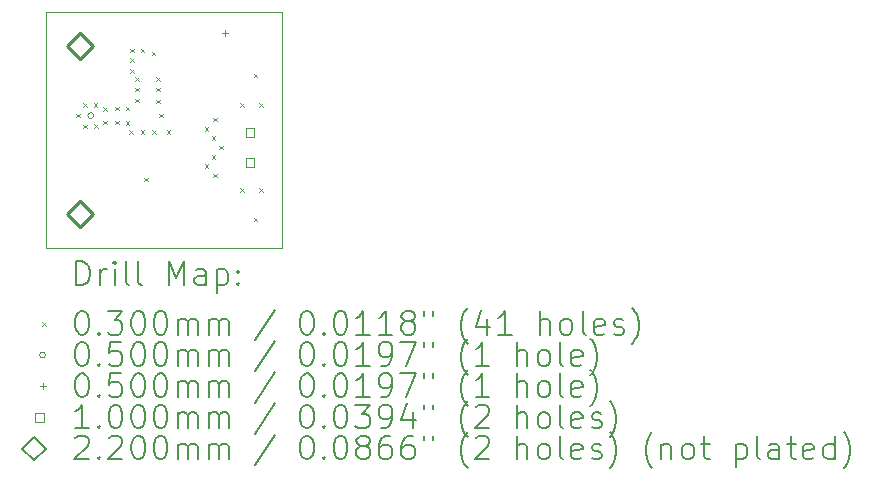
<source format=gbr>
%TF.GenerationSoftware,KiCad,Pcbnew,8.0.8*%
%TF.CreationDate,2025-02-12T17:11:25-06:00*%
%TF.ProjectId,Tunnleing_Amp,54756e6e-6c65-4696-9e67-5f416d702e6b,rev?*%
%TF.SameCoordinates,Original*%
%TF.FileFunction,Drillmap*%
%TF.FilePolarity,Positive*%
%FSLAX45Y45*%
G04 Gerber Fmt 4.5, Leading zero omitted, Abs format (unit mm)*
G04 Created by KiCad (PCBNEW 8.0.8) date 2025-02-12 17:11:25*
%MOMM*%
%LPD*%
G01*
G04 APERTURE LIST*
%ADD10C,0.050000*%
%ADD11C,0.200000*%
%ADD12C,0.100000*%
%ADD13C,0.220000*%
G04 APERTURE END LIST*
D10*
X9160000Y-4810000D02*
X11160000Y-4810000D01*
X11160000Y-6810000D01*
X9160000Y-6810000D01*
X9160000Y-4810000D01*
D11*
D12*
X9415000Y-5675000D02*
X9445000Y-5705000D01*
X9445000Y-5675000D02*
X9415000Y-5705000D01*
X9475000Y-5585000D02*
X9505000Y-5615000D01*
X9505000Y-5585000D02*
X9475000Y-5615000D01*
X9475000Y-5765000D02*
X9505000Y-5795000D01*
X9505000Y-5765000D02*
X9475000Y-5795000D01*
X9565614Y-5583619D02*
X9595614Y-5613619D01*
X9595614Y-5583619D02*
X9565614Y-5613619D01*
X9569722Y-5764443D02*
X9599722Y-5794443D01*
X9599722Y-5764443D02*
X9569722Y-5794443D01*
X9645000Y-5617500D02*
X9675000Y-5647500D01*
X9675000Y-5617500D02*
X9645000Y-5647500D01*
X9645000Y-5732500D02*
X9675000Y-5762500D01*
X9675000Y-5732500D02*
X9645000Y-5762500D01*
X9745000Y-5615000D02*
X9775000Y-5645000D01*
X9775000Y-5615000D02*
X9745000Y-5645000D01*
X9745000Y-5732500D02*
X9775000Y-5762500D01*
X9775000Y-5732500D02*
X9745000Y-5762500D01*
X9835000Y-5615000D02*
X9865000Y-5645000D01*
X9865000Y-5615000D02*
X9835000Y-5645000D01*
X9835000Y-5735000D02*
X9865000Y-5765000D01*
X9865000Y-5735000D02*
X9835000Y-5765000D01*
X9865000Y-5815000D02*
X9895000Y-5845000D01*
X9895000Y-5815000D02*
X9865000Y-5845000D01*
X9875000Y-5125000D02*
X9905000Y-5155000D01*
X9905000Y-5125000D02*
X9875000Y-5155000D01*
X9875000Y-5205000D02*
X9905000Y-5235000D01*
X9905000Y-5205000D02*
X9875000Y-5235000D01*
X9875000Y-5295000D02*
X9905000Y-5325000D01*
X9905000Y-5295000D02*
X9875000Y-5325000D01*
X9915000Y-5365000D02*
X9945000Y-5395000D01*
X9945000Y-5365000D02*
X9915000Y-5395000D01*
X9915000Y-5455000D02*
X9945000Y-5485000D01*
X9945000Y-5455000D02*
X9915000Y-5485000D01*
X9915000Y-5545000D02*
X9945000Y-5575000D01*
X9945000Y-5545000D02*
X9915000Y-5575000D01*
X9965000Y-5125000D02*
X9995000Y-5155000D01*
X9995000Y-5125000D02*
X9965000Y-5155000D01*
X9965000Y-5815000D02*
X9995000Y-5845000D01*
X9995000Y-5815000D02*
X9965000Y-5845000D01*
X9994500Y-6216100D02*
X10024500Y-6246100D01*
X10024500Y-6216100D02*
X9994500Y-6246100D01*
X10055000Y-5148692D02*
X10085000Y-5178692D01*
X10085000Y-5148692D02*
X10055000Y-5178692D01*
X10061500Y-5815000D02*
X10091500Y-5845000D01*
X10091500Y-5815000D02*
X10061500Y-5845000D01*
X10095000Y-5365000D02*
X10125000Y-5395000D01*
X10125000Y-5365000D02*
X10095000Y-5395000D01*
X10095000Y-5455000D02*
X10125000Y-5485000D01*
X10125000Y-5455000D02*
X10095000Y-5485000D01*
X10095000Y-5555000D02*
X10125000Y-5585000D01*
X10125000Y-5555000D02*
X10095000Y-5585000D01*
X10121500Y-5673900D02*
X10151500Y-5703900D01*
X10151500Y-5673900D02*
X10121500Y-5703900D01*
X10181500Y-5815000D02*
X10211500Y-5845000D01*
X10211500Y-5815000D02*
X10181500Y-5845000D01*
X10505000Y-5790000D02*
X10535000Y-5820000D01*
X10535000Y-5790000D02*
X10505000Y-5820000D01*
X10505000Y-6100000D02*
X10535000Y-6130000D01*
X10535000Y-6100000D02*
X10505000Y-6130000D01*
X10565000Y-5865000D02*
X10595000Y-5895000D01*
X10595000Y-5865000D02*
X10565000Y-5895000D01*
X10565000Y-6025000D02*
X10595000Y-6055000D01*
X10595000Y-6025000D02*
X10565000Y-6055000D01*
X10575000Y-5708000D02*
X10605000Y-5738000D01*
X10605000Y-5708000D02*
X10575000Y-5738000D01*
X10575000Y-6182000D02*
X10605000Y-6212000D01*
X10605000Y-6182000D02*
X10575000Y-6212000D01*
X10630000Y-5945000D02*
X10660000Y-5975000D01*
X10660000Y-5945000D02*
X10630000Y-5975000D01*
X10805000Y-5585000D02*
X10835000Y-5615000D01*
X10835000Y-5585000D02*
X10805000Y-5615000D01*
X10805000Y-6305000D02*
X10835000Y-6335000D01*
X10835000Y-6305000D02*
X10805000Y-6335000D01*
X10920000Y-5335000D02*
X10950000Y-5365000D01*
X10950000Y-5335000D02*
X10920000Y-5365000D01*
X10920000Y-6555000D02*
X10950000Y-6585000D01*
X10950000Y-6555000D02*
X10920000Y-6585000D01*
X10965000Y-5585000D02*
X10995000Y-5615000D01*
X10995000Y-5585000D02*
X10965000Y-5615000D01*
X10965000Y-6305000D02*
X10995000Y-6335000D01*
X10995000Y-6305000D02*
X10965000Y-6335000D01*
X9565000Y-5690000D02*
G75*
G02*
X9515000Y-5690000I-25000J0D01*
G01*
X9515000Y-5690000D02*
G75*
G02*
X9565000Y-5690000I25000J0D01*
G01*
X10680000Y-4965000D02*
X10680000Y-5015000D01*
X10655000Y-4990000D02*
X10705000Y-4990000D01*
X10925356Y-5868856D02*
X10925356Y-5798144D01*
X10854644Y-5798144D01*
X10854644Y-5868856D01*
X10925356Y-5868856D01*
X10925356Y-6122856D02*
X10925356Y-6052144D01*
X10854644Y-6052144D01*
X10854644Y-6122856D01*
X10925356Y-6122856D01*
D13*
X9450000Y-5210000D02*
X9560000Y-5100000D01*
X9450000Y-4990000D01*
X9340000Y-5100000D01*
X9450000Y-5210000D01*
X9450000Y-6630000D02*
X9560000Y-6520000D01*
X9450000Y-6410000D01*
X9340000Y-6520000D01*
X9450000Y-6630000D01*
D11*
X9418277Y-7123984D02*
X9418277Y-6923984D01*
X9418277Y-6923984D02*
X9465896Y-6923984D01*
X9465896Y-6923984D02*
X9494467Y-6933508D01*
X9494467Y-6933508D02*
X9513515Y-6952555D01*
X9513515Y-6952555D02*
X9523039Y-6971603D01*
X9523039Y-6971603D02*
X9532563Y-7009698D01*
X9532563Y-7009698D02*
X9532563Y-7038269D01*
X9532563Y-7038269D02*
X9523039Y-7076365D01*
X9523039Y-7076365D02*
X9513515Y-7095412D01*
X9513515Y-7095412D02*
X9494467Y-7114460D01*
X9494467Y-7114460D02*
X9465896Y-7123984D01*
X9465896Y-7123984D02*
X9418277Y-7123984D01*
X9618277Y-7123984D02*
X9618277Y-6990650D01*
X9618277Y-7028746D02*
X9627801Y-7009698D01*
X9627801Y-7009698D02*
X9637324Y-7000174D01*
X9637324Y-7000174D02*
X9656372Y-6990650D01*
X9656372Y-6990650D02*
X9675420Y-6990650D01*
X9742086Y-7123984D02*
X9742086Y-6990650D01*
X9742086Y-6923984D02*
X9732563Y-6933508D01*
X9732563Y-6933508D02*
X9742086Y-6943031D01*
X9742086Y-6943031D02*
X9751610Y-6933508D01*
X9751610Y-6933508D02*
X9742086Y-6923984D01*
X9742086Y-6923984D02*
X9742086Y-6943031D01*
X9865896Y-7123984D02*
X9846848Y-7114460D01*
X9846848Y-7114460D02*
X9837324Y-7095412D01*
X9837324Y-7095412D02*
X9837324Y-6923984D01*
X9970658Y-7123984D02*
X9951610Y-7114460D01*
X9951610Y-7114460D02*
X9942086Y-7095412D01*
X9942086Y-7095412D02*
X9942086Y-6923984D01*
X10199229Y-7123984D02*
X10199229Y-6923984D01*
X10199229Y-6923984D02*
X10265896Y-7066841D01*
X10265896Y-7066841D02*
X10332563Y-6923984D01*
X10332563Y-6923984D02*
X10332563Y-7123984D01*
X10513515Y-7123984D02*
X10513515Y-7019222D01*
X10513515Y-7019222D02*
X10503991Y-7000174D01*
X10503991Y-7000174D02*
X10484944Y-6990650D01*
X10484944Y-6990650D02*
X10446848Y-6990650D01*
X10446848Y-6990650D02*
X10427801Y-7000174D01*
X10513515Y-7114460D02*
X10494467Y-7123984D01*
X10494467Y-7123984D02*
X10446848Y-7123984D01*
X10446848Y-7123984D02*
X10427801Y-7114460D01*
X10427801Y-7114460D02*
X10418277Y-7095412D01*
X10418277Y-7095412D02*
X10418277Y-7076365D01*
X10418277Y-7076365D02*
X10427801Y-7057317D01*
X10427801Y-7057317D02*
X10446848Y-7047793D01*
X10446848Y-7047793D02*
X10494467Y-7047793D01*
X10494467Y-7047793D02*
X10513515Y-7038269D01*
X10608753Y-6990650D02*
X10608753Y-7190650D01*
X10608753Y-7000174D02*
X10627801Y-6990650D01*
X10627801Y-6990650D02*
X10665896Y-6990650D01*
X10665896Y-6990650D02*
X10684944Y-7000174D01*
X10684944Y-7000174D02*
X10694467Y-7009698D01*
X10694467Y-7009698D02*
X10703991Y-7028746D01*
X10703991Y-7028746D02*
X10703991Y-7085888D01*
X10703991Y-7085888D02*
X10694467Y-7104936D01*
X10694467Y-7104936D02*
X10684944Y-7114460D01*
X10684944Y-7114460D02*
X10665896Y-7123984D01*
X10665896Y-7123984D02*
X10627801Y-7123984D01*
X10627801Y-7123984D02*
X10608753Y-7114460D01*
X10789705Y-7104936D02*
X10799229Y-7114460D01*
X10799229Y-7114460D02*
X10789705Y-7123984D01*
X10789705Y-7123984D02*
X10780182Y-7114460D01*
X10780182Y-7114460D02*
X10789705Y-7104936D01*
X10789705Y-7104936D02*
X10789705Y-7123984D01*
X10789705Y-7000174D02*
X10799229Y-7009698D01*
X10799229Y-7009698D02*
X10789705Y-7019222D01*
X10789705Y-7019222D02*
X10780182Y-7009698D01*
X10780182Y-7009698D02*
X10789705Y-7000174D01*
X10789705Y-7000174D02*
X10789705Y-7019222D01*
D12*
X9127500Y-7437500D02*
X9157500Y-7467500D01*
X9157500Y-7437500D02*
X9127500Y-7467500D01*
D11*
X9456372Y-7343984D02*
X9475420Y-7343984D01*
X9475420Y-7343984D02*
X9494467Y-7353508D01*
X9494467Y-7353508D02*
X9503991Y-7363031D01*
X9503991Y-7363031D02*
X9513515Y-7382079D01*
X9513515Y-7382079D02*
X9523039Y-7420174D01*
X9523039Y-7420174D02*
X9523039Y-7467793D01*
X9523039Y-7467793D02*
X9513515Y-7505888D01*
X9513515Y-7505888D02*
X9503991Y-7524936D01*
X9503991Y-7524936D02*
X9494467Y-7534460D01*
X9494467Y-7534460D02*
X9475420Y-7543984D01*
X9475420Y-7543984D02*
X9456372Y-7543984D01*
X9456372Y-7543984D02*
X9437324Y-7534460D01*
X9437324Y-7534460D02*
X9427801Y-7524936D01*
X9427801Y-7524936D02*
X9418277Y-7505888D01*
X9418277Y-7505888D02*
X9408753Y-7467793D01*
X9408753Y-7467793D02*
X9408753Y-7420174D01*
X9408753Y-7420174D02*
X9418277Y-7382079D01*
X9418277Y-7382079D02*
X9427801Y-7363031D01*
X9427801Y-7363031D02*
X9437324Y-7353508D01*
X9437324Y-7353508D02*
X9456372Y-7343984D01*
X9608753Y-7524936D02*
X9618277Y-7534460D01*
X9618277Y-7534460D02*
X9608753Y-7543984D01*
X9608753Y-7543984D02*
X9599229Y-7534460D01*
X9599229Y-7534460D02*
X9608753Y-7524936D01*
X9608753Y-7524936D02*
X9608753Y-7543984D01*
X9684944Y-7343984D02*
X9808753Y-7343984D01*
X9808753Y-7343984D02*
X9742086Y-7420174D01*
X9742086Y-7420174D02*
X9770658Y-7420174D01*
X9770658Y-7420174D02*
X9789705Y-7429698D01*
X9789705Y-7429698D02*
X9799229Y-7439222D01*
X9799229Y-7439222D02*
X9808753Y-7458269D01*
X9808753Y-7458269D02*
X9808753Y-7505888D01*
X9808753Y-7505888D02*
X9799229Y-7524936D01*
X9799229Y-7524936D02*
X9789705Y-7534460D01*
X9789705Y-7534460D02*
X9770658Y-7543984D01*
X9770658Y-7543984D02*
X9713515Y-7543984D01*
X9713515Y-7543984D02*
X9694467Y-7534460D01*
X9694467Y-7534460D02*
X9684944Y-7524936D01*
X9932563Y-7343984D02*
X9951610Y-7343984D01*
X9951610Y-7343984D02*
X9970658Y-7353508D01*
X9970658Y-7353508D02*
X9980182Y-7363031D01*
X9980182Y-7363031D02*
X9989705Y-7382079D01*
X9989705Y-7382079D02*
X9999229Y-7420174D01*
X9999229Y-7420174D02*
X9999229Y-7467793D01*
X9999229Y-7467793D02*
X9989705Y-7505888D01*
X9989705Y-7505888D02*
X9980182Y-7524936D01*
X9980182Y-7524936D02*
X9970658Y-7534460D01*
X9970658Y-7534460D02*
X9951610Y-7543984D01*
X9951610Y-7543984D02*
X9932563Y-7543984D01*
X9932563Y-7543984D02*
X9913515Y-7534460D01*
X9913515Y-7534460D02*
X9903991Y-7524936D01*
X9903991Y-7524936D02*
X9894467Y-7505888D01*
X9894467Y-7505888D02*
X9884944Y-7467793D01*
X9884944Y-7467793D02*
X9884944Y-7420174D01*
X9884944Y-7420174D02*
X9894467Y-7382079D01*
X9894467Y-7382079D02*
X9903991Y-7363031D01*
X9903991Y-7363031D02*
X9913515Y-7353508D01*
X9913515Y-7353508D02*
X9932563Y-7343984D01*
X10123039Y-7343984D02*
X10142086Y-7343984D01*
X10142086Y-7343984D02*
X10161134Y-7353508D01*
X10161134Y-7353508D02*
X10170658Y-7363031D01*
X10170658Y-7363031D02*
X10180182Y-7382079D01*
X10180182Y-7382079D02*
X10189705Y-7420174D01*
X10189705Y-7420174D02*
X10189705Y-7467793D01*
X10189705Y-7467793D02*
X10180182Y-7505888D01*
X10180182Y-7505888D02*
X10170658Y-7524936D01*
X10170658Y-7524936D02*
X10161134Y-7534460D01*
X10161134Y-7534460D02*
X10142086Y-7543984D01*
X10142086Y-7543984D02*
X10123039Y-7543984D01*
X10123039Y-7543984D02*
X10103991Y-7534460D01*
X10103991Y-7534460D02*
X10094467Y-7524936D01*
X10094467Y-7524936D02*
X10084944Y-7505888D01*
X10084944Y-7505888D02*
X10075420Y-7467793D01*
X10075420Y-7467793D02*
X10075420Y-7420174D01*
X10075420Y-7420174D02*
X10084944Y-7382079D01*
X10084944Y-7382079D02*
X10094467Y-7363031D01*
X10094467Y-7363031D02*
X10103991Y-7353508D01*
X10103991Y-7353508D02*
X10123039Y-7343984D01*
X10275420Y-7543984D02*
X10275420Y-7410650D01*
X10275420Y-7429698D02*
X10284944Y-7420174D01*
X10284944Y-7420174D02*
X10303991Y-7410650D01*
X10303991Y-7410650D02*
X10332563Y-7410650D01*
X10332563Y-7410650D02*
X10351610Y-7420174D01*
X10351610Y-7420174D02*
X10361134Y-7439222D01*
X10361134Y-7439222D02*
X10361134Y-7543984D01*
X10361134Y-7439222D02*
X10370658Y-7420174D01*
X10370658Y-7420174D02*
X10389705Y-7410650D01*
X10389705Y-7410650D02*
X10418277Y-7410650D01*
X10418277Y-7410650D02*
X10437325Y-7420174D01*
X10437325Y-7420174D02*
X10446848Y-7439222D01*
X10446848Y-7439222D02*
X10446848Y-7543984D01*
X10542086Y-7543984D02*
X10542086Y-7410650D01*
X10542086Y-7429698D02*
X10551610Y-7420174D01*
X10551610Y-7420174D02*
X10570658Y-7410650D01*
X10570658Y-7410650D02*
X10599229Y-7410650D01*
X10599229Y-7410650D02*
X10618277Y-7420174D01*
X10618277Y-7420174D02*
X10627801Y-7439222D01*
X10627801Y-7439222D02*
X10627801Y-7543984D01*
X10627801Y-7439222D02*
X10637325Y-7420174D01*
X10637325Y-7420174D02*
X10656372Y-7410650D01*
X10656372Y-7410650D02*
X10684944Y-7410650D01*
X10684944Y-7410650D02*
X10703991Y-7420174D01*
X10703991Y-7420174D02*
X10713515Y-7439222D01*
X10713515Y-7439222D02*
X10713515Y-7543984D01*
X11103991Y-7334460D02*
X10932563Y-7591603D01*
X11361134Y-7343984D02*
X11380182Y-7343984D01*
X11380182Y-7343984D02*
X11399229Y-7353508D01*
X11399229Y-7353508D02*
X11408753Y-7363031D01*
X11408753Y-7363031D02*
X11418277Y-7382079D01*
X11418277Y-7382079D02*
X11427801Y-7420174D01*
X11427801Y-7420174D02*
X11427801Y-7467793D01*
X11427801Y-7467793D02*
X11418277Y-7505888D01*
X11418277Y-7505888D02*
X11408753Y-7524936D01*
X11408753Y-7524936D02*
X11399229Y-7534460D01*
X11399229Y-7534460D02*
X11380182Y-7543984D01*
X11380182Y-7543984D02*
X11361134Y-7543984D01*
X11361134Y-7543984D02*
X11342086Y-7534460D01*
X11342086Y-7534460D02*
X11332563Y-7524936D01*
X11332563Y-7524936D02*
X11323039Y-7505888D01*
X11323039Y-7505888D02*
X11313515Y-7467793D01*
X11313515Y-7467793D02*
X11313515Y-7420174D01*
X11313515Y-7420174D02*
X11323039Y-7382079D01*
X11323039Y-7382079D02*
X11332563Y-7363031D01*
X11332563Y-7363031D02*
X11342086Y-7353508D01*
X11342086Y-7353508D02*
X11361134Y-7343984D01*
X11513515Y-7524936D02*
X11523039Y-7534460D01*
X11523039Y-7534460D02*
X11513515Y-7543984D01*
X11513515Y-7543984D02*
X11503991Y-7534460D01*
X11503991Y-7534460D02*
X11513515Y-7524936D01*
X11513515Y-7524936D02*
X11513515Y-7543984D01*
X11646848Y-7343984D02*
X11665896Y-7343984D01*
X11665896Y-7343984D02*
X11684944Y-7353508D01*
X11684944Y-7353508D02*
X11694467Y-7363031D01*
X11694467Y-7363031D02*
X11703991Y-7382079D01*
X11703991Y-7382079D02*
X11713515Y-7420174D01*
X11713515Y-7420174D02*
X11713515Y-7467793D01*
X11713515Y-7467793D02*
X11703991Y-7505888D01*
X11703991Y-7505888D02*
X11694467Y-7524936D01*
X11694467Y-7524936D02*
X11684944Y-7534460D01*
X11684944Y-7534460D02*
X11665896Y-7543984D01*
X11665896Y-7543984D02*
X11646848Y-7543984D01*
X11646848Y-7543984D02*
X11627801Y-7534460D01*
X11627801Y-7534460D02*
X11618277Y-7524936D01*
X11618277Y-7524936D02*
X11608753Y-7505888D01*
X11608753Y-7505888D02*
X11599229Y-7467793D01*
X11599229Y-7467793D02*
X11599229Y-7420174D01*
X11599229Y-7420174D02*
X11608753Y-7382079D01*
X11608753Y-7382079D02*
X11618277Y-7363031D01*
X11618277Y-7363031D02*
X11627801Y-7353508D01*
X11627801Y-7353508D02*
X11646848Y-7343984D01*
X11903991Y-7543984D02*
X11789706Y-7543984D01*
X11846848Y-7543984D02*
X11846848Y-7343984D01*
X11846848Y-7343984D02*
X11827801Y-7372555D01*
X11827801Y-7372555D02*
X11808753Y-7391603D01*
X11808753Y-7391603D02*
X11789706Y-7401127D01*
X12094467Y-7543984D02*
X11980182Y-7543984D01*
X12037325Y-7543984D02*
X12037325Y-7343984D01*
X12037325Y-7343984D02*
X12018277Y-7372555D01*
X12018277Y-7372555D02*
X11999229Y-7391603D01*
X11999229Y-7391603D02*
X11980182Y-7401127D01*
X12208753Y-7429698D02*
X12189706Y-7420174D01*
X12189706Y-7420174D02*
X12180182Y-7410650D01*
X12180182Y-7410650D02*
X12170658Y-7391603D01*
X12170658Y-7391603D02*
X12170658Y-7382079D01*
X12170658Y-7382079D02*
X12180182Y-7363031D01*
X12180182Y-7363031D02*
X12189706Y-7353508D01*
X12189706Y-7353508D02*
X12208753Y-7343984D01*
X12208753Y-7343984D02*
X12246848Y-7343984D01*
X12246848Y-7343984D02*
X12265896Y-7353508D01*
X12265896Y-7353508D02*
X12275420Y-7363031D01*
X12275420Y-7363031D02*
X12284944Y-7382079D01*
X12284944Y-7382079D02*
X12284944Y-7391603D01*
X12284944Y-7391603D02*
X12275420Y-7410650D01*
X12275420Y-7410650D02*
X12265896Y-7420174D01*
X12265896Y-7420174D02*
X12246848Y-7429698D01*
X12246848Y-7429698D02*
X12208753Y-7429698D01*
X12208753Y-7429698D02*
X12189706Y-7439222D01*
X12189706Y-7439222D02*
X12180182Y-7448746D01*
X12180182Y-7448746D02*
X12170658Y-7467793D01*
X12170658Y-7467793D02*
X12170658Y-7505888D01*
X12170658Y-7505888D02*
X12180182Y-7524936D01*
X12180182Y-7524936D02*
X12189706Y-7534460D01*
X12189706Y-7534460D02*
X12208753Y-7543984D01*
X12208753Y-7543984D02*
X12246848Y-7543984D01*
X12246848Y-7543984D02*
X12265896Y-7534460D01*
X12265896Y-7534460D02*
X12275420Y-7524936D01*
X12275420Y-7524936D02*
X12284944Y-7505888D01*
X12284944Y-7505888D02*
X12284944Y-7467793D01*
X12284944Y-7467793D02*
X12275420Y-7448746D01*
X12275420Y-7448746D02*
X12265896Y-7439222D01*
X12265896Y-7439222D02*
X12246848Y-7429698D01*
X12361134Y-7343984D02*
X12361134Y-7382079D01*
X12437325Y-7343984D02*
X12437325Y-7382079D01*
X12732563Y-7620174D02*
X12723039Y-7610650D01*
X12723039Y-7610650D02*
X12703991Y-7582079D01*
X12703991Y-7582079D02*
X12694468Y-7563031D01*
X12694468Y-7563031D02*
X12684944Y-7534460D01*
X12684944Y-7534460D02*
X12675420Y-7486841D01*
X12675420Y-7486841D02*
X12675420Y-7448746D01*
X12675420Y-7448746D02*
X12684944Y-7401127D01*
X12684944Y-7401127D02*
X12694468Y-7372555D01*
X12694468Y-7372555D02*
X12703991Y-7353508D01*
X12703991Y-7353508D02*
X12723039Y-7324936D01*
X12723039Y-7324936D02*
X12732563Y-7315412D01*
X12894468Y-7410650D02*
X12894468Y-7543984D01*
X12846848Y-7334460D02*
X12799229Y-7477317D01*
X12799229Y-7477317D02*
X12923039Y-7477317D01*
X13103991Y-7543984D02*
X12989706Y-7543984D01*
X13046848Y-7543984D02*
X13046848Y-7343984D01*
X13046848Y-7343984D02*
X13027801Y-7372555D01*
X13027801Y-7372555D02*
X13008753Y-7391603D01*
X13008753Y-7391603D02*
X12989706Y-7401127D01*
X13342087Y-7543984D02*
X13342087Y-7343984D01*
X13427801Y-7543984D02*
X13427801Y-7439222D01*
X13427801Y-7439222D02*
X13418277Y-7420174D01*
X13418277Y-7420174D02*
X13399230Y-7410650D01*
X13399230Y-7410650D02*
X13370658Y-7410650D01*
X13370658Y-7410650D02*
X13351610Y-7420174D01*
X13351610Y-7420174D02*
X13342087Y-7429698D01*
X13551610Y-7543984D02*
X13532563Y-7534460D01*
X13532563Y-7534460D02*
X13523039Y-7524936D01*
X13523039Y-7524936D02*
X13513515Y-7505888D01*
X13513515Y-7505888D02*
X13513515Y-7448746D01*
X13513515Y-7448746D02*
X13523039Y-7429698D01*
X13523039Y-7429698D02*
X13532563Y-7420174D01*
X13532563Y-7420174D02*
X13551610Y-7410650D01*
X13551610Y-7410650D02*
X13580182Y-7410650D01*
X13580182Y-7410650D02*
X13599230Y-7420174D01*
X13599230Y-7420174D02*
X13608753Y-7429698D01*
X13608753Y-7429698D02*
X13618277Y-7448746D01*
X13618277Y-7448746D02*
X13618277Y-7505888D01*
X13618277Y-7505888D02*
X13608753Y-7524936D01*
X13608753Y-7524936D02*
X13599230Y-7534460D01*
X13599230Y-7534460D02*
X13580182Y-7543984D01*
X13580182Y-7543984D02*
X13551610Y-7543984D01*
X13732563Y-7543984D02*
X13713515Y-7534460D01*
X13713515Y-7534460D02*
X13703991Y-7515412D01*
X13703991Y-7515412D02*
X13703991Y-7343984D01*
X13884944Y-7534460D02*
X13865896Y-7543984D01*
X13865896Y-7543984D02*
X13827801Y-7543984D01*
X13827801Y-7543984D02*
X13808753Y-7534460D01*
X13808753Y-7534460D02*
X13799230Y-7515412D01*
X13799230Y-7515412D02*
X13799230Y-7439222D01*
X13799230Y-7439222D02*
X13808753Y-7420174D01*
X13808753Y-7420174D02*
X13827801Y-7410650D01*
X13827801Y-7410650D02*
X13865896Y-7410650D01*
X13865896Y-7410650D02*
X13884944Y-7420174D01*
X13884944Y-7420174D02*
X13894468Y-7439222D01*
X13894468Y-7439222D02*
X13894468Y-7458269D01*
X13894468Y-7458269D02*
X13799230Y-7477317D01*
X13970658Y-7534460D02*
X13989706Y-7543984D01*
X13989706Y-7543984D02*
X14027801Y-7543984D01*
X14027801Y-7543984D02*
X14046849Y-7534460D01*
X14046849Y-7534460D02*
X14056372Y-7515412D01*
X14056372Y-7515412D02*
X14056372Y-7505888D01*
X14056372Y-7505888D02*
X14046849Y-7486841D01*
X14046849Y-7486841D02*
X14027801Y-7477317D01*
X14027801Y-7477317D02*
X13999230Y-7477317D01*
X13999230Y-7477317D02*
X13980182Y-7467793D01*
X13980182Y-7467793D02*
X13970658Y-7448746D01*
X13970658Y-7448746D02*
X13970658Y-7439222D01*
X13970658Y-7439222D02*
X13980182Y-7420174D01*
X13980182Y-7420174D02*
X13999230Y-7410650D01*
X13999230Y-7410650D02*
X14027801Y-7410650D01*
X14027801Y-7410650D02*
X14046849Y-7420174D01*
X14123039Y-7620174D02*
X14132563Y-7610650D01*
X14132563Y-7610650D02*
X14151611Y-7582079D01*
X14151611Y-7582079D02*
X14161134Y-7563031D01*
X14161134Y-7563031D02*
X14170658Y-7534460D01*
X14170658Y-7534460D02*
X14180182Y-7486841D01*
X14180182Y-7486841D02*
X14180182Y-7448746D01*
X14180182Y-7448746D02*
X14170658Y-7401127D01*
X14170658Y-7401127D02*
X14161134Y-7372555D01*
X14161134Y-7372555D02*
X14151611Y-7353508D01*
X14151611Y-7353508D02*
X14132563Y-7324936D01*
X14132563Y-7324936D02*
X14123039Y-7315412D01*
D12*
X9157500Y-7716500D02*
G75*
G02*
X9107500Y-7716500I-25000J0D01*
G01*
X9107500Y-7716500D02*
G75*
G02*
X9157500Y-7716500I25000J0D01*
G01*
D11*
X9456372Y-7607984D02*
X9475420Y-7607984D01*
X9475420Y-7607984D02*
X9494467Y-7617508D01*
X9494467Y-7617508D02*
X9503991Y-7627031D01*
X9503991Y-7627031D02*
X9513515Y-7646079D01*
X9513515Y-7646079D02*
X9523039Y-7684174D01*
X9523039Y-7684174D02*
X9523039Y-7731793D01*
X9523039Y-7731793D02*
X9513515Y-7769888D01*
X9513515Y-7769888D02*
X9503991Y-7788936D01*
X9503991Y-7788936D02*
X9494467Y-7798460D01*
X9494467Y-7798460D02*
X9475420Y-7807984D01*
X9475420Y-7807984D02*
X9456372Y-7807984D01*
X9456372Y-7807984D02*
X9437324Y-7798460D01*
X9437324Y-7798460D02*
X9427801Y-7788936D01*
X9427801Y-7788936D02*
X9418277Y-7769888D01*
X9418277Y-7769888D02*
X9408753Y-7731793D01*
X9408753Y-7731793D02*
X9408753Y-7684174D01*
X9408753Y-7684174D02*
X9418277Y-7646079D01*
X9418277Y-7646079D02*
X9427801Y-7627031D01*
X9427801Y-7627031D02*
X9437324Y-7617508D01*
X9437324Y-7617508D02*
X9456372Y-7607984D01*
X9608753Y-7788936D02*
X9618277Y-7798460D01*
X9618277Y-7798460D02*
X9608753Y-7807984D01*
X9608753Y-7807984D02*
X9599229Y-7798460D01*
X9599229Y-7798460D02*
X9608753Y-7788936D01*
X9608753Y-7788936D02*
X9608753Y-7807984D01*
X9799229Y-7607984D02*
X9703991Y-7607984D01*
X9703991Y-7607984D02*
X9694467Y-7703222D01*
X9694467Y-7703222D02*
X9703991Y-7693698D01*
X9703991Y-7693698D02*
X9723039Y-7684174D01*
X9723039Y-7684174D02*
X9770658Y-7684174D01*
X9770658Y-7684174D02*
X9789705Y-7693698D01*
X9789705Y-7693698D02*
X9799229Y-7703222D01*
X9799229Y-7703222D02*
X9808753Y-7722269D01*
X9808753Y-7722269D02*
X9808753Y-7769888D01*
X9808753Y-7769888D02*
X9799229Y-7788936D01*
X9799229Y-7788936D02*
X9789705Y-7798460D01*
X9789705Y-7798460D02*
X9770658Y-7807984D01*
X9770658Y-7807984D02*
X9723039Y-7807984D01*
X9723039Y-7807984D02*
X9703991Y-7798460D01*
X9703991Y-7798460D02*
X9694467Y-7788936D01*
X9932563Y-7607984D02*
X9951610Y-7607984D01*
X9951610Y-7607984D02*
X9970658Y-7617508D01*
X9970658Y-7617508D02*
X9980182Y-7627031D01*
X9980182Y-7627031D02*
X9989705Y-7646079D01*
X9989705Y-7646079D02*
X9999229Y-7684174D01*
X9999229Y-7684174D02*
X9999229Y-7731793D01*
X9999229Y-7731793D02*
X9989705Y-7769888D01*
X9989705Y-7769888D02*
X9980182Y-7788936D01*
X9980182Y-7788936D02*
X9970658Y-7798460D01*
X9970658Y-7798460D02*
X9951610Y-7807984D01*
X9951610Y-7807984D02*
X9932563Y-7807984D01*
X9932563Y-7807984D02*
X9913515Y-7798460D01*
X9913515Y-7798460D02*
X9903991Y-7788936D01*
X9903991Y-7788936D02*
X9894467Y-7769888D01*
X9894467Y-7769888D02*
X9884944Y-7731793D01*
X9884944Y-7731793D02*
X9884944Y-7684174D01*
X9884944Y-7684174D02*
X9894467Y-7646079D01*
X9894467Y-7646079D02*
X9903991Y-7627031D01*
X9903991Y-7627031D02*
X9913515Y-7617508D01*
X9913515Y-7617508D02*
X9932563Y-7607984D01*
X10123039Y-7607984D02*
X10142086Y-7607984D01*
X10142086Y-7607984D02*
X10161134Y-7617508D01*
X10161134Y-7617508D02*
X10170658Y-7627031D01*
X10170658Y-7627031D02*
X10180182Y-7646079D01*
X10180182Y-7646079D02*
X10189705Y-7684174D01*
X10189705Y-7684174D02*
X10189705Y-7731793D01*
X10189705Y-7731793D02*
X10180182Y-7769888D01*
X10180182Y-7769888D02*
X10170658Y-7788936D01*
X10170658Y-7788936D02*
X10161134Y-7798460D01*
X10161134Y-7798460D02*
X10142086Y-7807984D01*
X10142086Y-7807984D02*
X10123039Y-7807984D01*
X10123039Y-7807984D02*
X10103991Y-7798460D01*
X10103991Y-7798460D02*
X10094467Y-7788936D01*
X10094467Y-7788936D02*
X10084944Y-7769888D01*
X10084944Y-7769888D02*
X10075420Y-7731793D01*
X10075420Y-7731793D02*
X10075420Y-7684174D01*
X10075420Y-7684174D02*
X10084944Y-7646079D01*
X10084944Y-7646079D02*
X10094467Y-7627031D01*
X10094467Y-7627031D02*
X10103991Y-7617508D01*
X10103991Y-7617508D02*
X10123039Y-7607984D01*
X10275420Y-7807984D02*
X10275420Y-7674650D01*
X10275420Y-7693698D02*
X10284944Y-7684174D01*
X10284944Y-7684174D02*
X10303991Y-7674650D01*
X10303991Y-7674650D02*
X10332563Y-7674650D01*
X10332563Y-7674650D02*
X10351610Y-7684174D01*
X10351610Y-7684174D02*
X10361134Y-7703222D01*
X10361134Y-7703222D02*
X10361134Y-7807984D01*
X10361134Y-7703222D02*
X10370658Y-7684174D01*
X10370658Y-7684174D02*
X10389705Y-7674650D01*
X10389705Y-7674650D02*
X10418277Y-7674650D01*
X10418277Y-7674650D02*
X10437325Y-7684174D01*
X10437325Y-7684174D02*
X10446848Y-7703222D01*
X10446848Y-7703222D02*
X10446848Y-7807984D01*
X10542086Y-7807984D02*
X10542086Y-7674650D01*
X10542086Y-7693698D02*
X10551610Y-7684174D01*
X10551610Y-7684174D02*
X10570658Y-7674650D01*
X10570658Y-7674650D02*
X10599229Y-7674650D01*
X10599229Y-7674650D02*
X10618277Y-7684174D01*
X10618277Y-7684174D02*
X10627801Y-7703222D01*
X10627801Y-7703222D02*
X10627801Y-7807984D01*
X10627801Y-7703222D02*
X10637325Y-7684174D01*
X10637325Y-7684174D02*
X10656372Y-7674650D01*
X10656372Y-7674650D02*
X10684944Y-7674650D01*
X10684944Y-7674650D02*
X10703991Y-7684174D01*
X10703991Y-7684174D02*
X10713515Y-7703222D01*
X10713515Y-7703222D02*
X10713515Y-7807984D01*
X11103991Y-7598460D02*
X10932563Y-7855603D01*
X11361134Y-7607984D02*
X11380182Y-7607984D01*
X11380182Y-7607984D02*
X11399229Y-7617508D01*
X11399229Y-7617508D02*
X11408753Y-7627031D01*
X11408753Y-7627031D02*
X11418277Y-7646079D01*
X11418277Y-7646079D02*
X11427801Y-7684174D01*
X11427801Y-7684174D02*
X11427801Y-7731793D01*
X11427801Y-7731793D02*
X11418277Y-7769888D01*
X11418277Y-7769888D02*
X11408753Y-7788936D01*
X11408753Y-7788936D02*
X11399229Y-7798460D01*
X11399229Y-7798460D02*
X11380182Y-7807984D01*
X11380182Y-7807984D02*
X11361134Y-7807984D01*
X11361134Y-7807984D02*
X11342086Y-7798460D01*
X11342086Y-7798460D02*
X11332563Y-7788936D01*
X11332563Y-7788936D02*
X11323039Y-7769888D01*
X11323039Y-7769888D02*
X11313515Y-7731793D01*
X11313515Y-7731793D02*
X11313515Y-7684174D01*
X11313515Y-7684174D02*
X11323039Y-7646079D01*
X11323039Y-7646079D02*
X11332563Y-7627031D01*
X11332563Y-7627031D02*
X11342086Y-7617508D01*
X11342086Y-7617508D02*
X11361134Y-7607984D01*
X11513515Y-7788936D02*
X11523039Y-7798460D01*
X11523039Y-7798460D02*
X11513515Y-7807984D01*
X11513515Y-7807984D02*
X11503991Y-7798460D01*
X11503991Y-7798460D02*
X11513515Y-7788936D01*
X11513515Y-7788936D02*
X11513515Y-7807984D01*
X11646848Y-7607984D02*
X11665896Y-7607984D01*
X11665896Y-7607984D02*
X11684944Y-7617508D01*
X11684944Y-7617508D02*
X11694467Y-7627031D01*
X11694467Y-7627031D02*
X11703991Y-7646079D01*
X11703991Y-7646079D02*
X11713515Y-7684174D01*
X11713515Y-7684174D02*
X11713515Y-7731793D01*
X11713515Y-7731793D02*
X11703991Y-7769888D01*
X11703991Y-7769888D02*
X11694467Y-7788936D01*
X11694467Y-7788936D02*
X11684944Y-7798460D01*
X11684944Y-7798460D02*
X11665896Y-7807984D01*
X11665896Y-7807984D02*
X11646848Y-7807984D01*
X11646848Y-7807984D02*
X11627801Y-7798460D01*
X11627801Y-7798460D02*
X11618277Y-7788936D01*
X11618277Y-7788936D02*
X11608753Y-7769888D01*
X11608753Y-7769888D02*
X11599229Y-7731793D01*
X11599229Y-7731793D02*
X11599229Y-7684174D01*
X11599229Y-7684174D02*
X11608753Y-7646079D01*
X11608753Y-7646079D02*
X11618277Y-7627031D01*
X11618277Y-7627031D02*
X11627801Y-7617508D01*
X11627801Y-7617508D02*
X11646848Y-7607984D01*
X11903991Y-7807984D02*
X11789706Y-7807984D01*
X11846848Y-7807984D02*
X11846848Y-7607984D01*
X11846848Y-7607984D02*
X11827801Y-7636555D01*
X11827801Y-7636555D02*
X11808753Y-7655603D01*
X11808753Y-7655603D02*
X11789706Y-7665127D01*
X11999229Y-7807984D02*
X12037325Y-7807984D01*
X12037325Y-7807984D02*
X12056372Y-7798460D01*
X12056372Y-7798460D02*
X12065896Y-7788936D01*
X12065896Y-7788936D02*
X12084944Y-7760365D01*
X12084944Y-7760365D02*
X12094467Y-7722269D01*
X12094467Y-7722269D02*
X12094467Y-7646079D01*
X12094467Y-7646079D02*
X12084944Y-7627031D01*
X12084944Y-7627031D02*
X12075420Y-7617508D01*
X12075420Y-7617508D02*
X12056372Y-7607984D01*
X12056372Y-7607984D02*
X12018277Y-7607984D01*
X12018277Y-7607984D02*
X11999229Y-7617508D01*
X11999229Y-7617508D02*
X11989706Y-7627031D01*
X11989706Y-7627031D02*
X11980182Y-7646079D01*
X11980182Y-7646079D02*
X11980182Y-7693698D01*
X11980182Y-7693698D02*
X11989706Y-7712746D01*
X11989706Y-7712746D02*
X11999229Y-7722269D01*
X11999229Y-7722269D02*
X12018277Y-7731793D01*
X12018277Y-7731793D02*
X12056372Y-7731793D01*
X12056372Y-7731793D02*
X12075420Y-7722269D01*
X12075420Y-7722269D02*
X12084944Y-7712746D01*
X12084944Y-7712746D02*
X12094467Y-7693698D01*
X12161134Y-7607984D02*
X12294467Y-7607984D01*
X12294467Y-7607984D02*
X12208753Y-7807984D01*
X12361134Y-7607984D02*
X12361134Y-7646079D01*
X12437325Y-7607984D02*
X12437325Y-7646079D01*
X12732563Y-7884174D02*
X12723039Y-7874650D01*
X12723039Y-7874650D02*
X12703991Y-7846079D01*
X12703991Y-7846079D02*
X12694468Y-7827031D01*
X12694468Y-7827031D02*
X12684944Y-7798460D01*
X12684944Y-7798460D02*
X12675420Y-7750841D01*
X12675420Y-7750841D02*
X12675420Y-7712746D01*
X12675420Y-7712746D02*
X12684944Y-7665127D01*
X12684944Y-7665127D02*
X12694468Y-7636555D01*
X12694468Y-7636555D02*
X12703991Y-7617508D01*
X12703991Y-7617508D02*
X12723039Y-7588936D01*
X12723039Y-7588936D02*
X12732563Y-7579412D01*
X12913515Y-7807984D02*
X12799229Y-7807984D01*
X12856372Y-7807984D02*
X12856372Y-7607984D01*
X12856372Y-7607984D02*
X12837325Y-7636555D01*
X12837325Y-7636555D02*
X12818277Y-7655603D01*
X12818277Y-7655603D02*
X12799229Y-7665127D01*
X13151610Y-7807984D02*
X13151610Y-7607984D01*
X13237325Y-7807984D02*
X13237325Y-7703222D01*
X13237325Y-7703222D02*
X13227801Y-7684174D01*
X13227801Y-7684174D02*
X13208753Y-7674650D01*
X13208753Y-7674650D02*
X13180182Y-7674650D01*
X13180182Y-7674650D02*
X13161134Y-7684174D01*
X13161134Y-7684174D02*
X13151610Y-7693698D01*
X13361134Y-7807984D02*
X13342087Y-7798460D01*
X13342087Y-7798460D02*
X13332563Y-7788936D01*
X13332563Y-7788936D02*
X13323039Y-7769888D01*
X13323039Y-7769888D02*
X13323039Y-7712746D01*
X13323039Y-7712746D02*
X13332563Y-7693698D01*
X13332563Y-7693698D02*
X13342087Y-7684174D01*
X13342087Y-7684174D02*
X13361134Y-7674650D01*
X13361134Y-7674650D02*
X13389706Y-7674650D01*
X13389706Y-7674650D02*
X13408753Y-7684174D01*
X13408753Y-7684174D02*
X13418277Y-7693698D01*
X13418277Y-7693698D02*
X13427801Y-7712746D01*
X13427801Y-7712746D02*
X13427801Y-7769888D01*
X13427801Y-7769888D02*
X13418277Y-7788936D01*
X13418277Y-7788936D02*
X13408753Y-7798460D01*
X13408753Y-7798460D02*
X13389706Y-7807984D01*
X13389706Y-7807984D02*
X13361134Y-7807984D01*
X13542087Y-7807984D02*
X13523039Y-7798460D01*
X13523039Y-7798460D02*
X13513515Y-7779412D01*
X13513515Y-7779412D02*
X13513515Y-7607984D01*
X13694468Y-7798460D02*
X13675420Y-7807984D01*
X13675420Y-7807984D02*
X13637325Y-7807984D01*
X13637325Y-7807984D02*
X13618277Y-7798460D01*
X13618277Y-7798460D02*
X13608753Y-7779412D01*
X13608753Y-7779412D02*
X13608753Y-7703222D01*
X13608753Y-7703222D02*
X13618277Y-7684174D01*
X13618277Y-7684174D02*
X13637325Y-7674650D01*
X13637325Y-7674650D02*
X13675420Y-7674650D01*
X13675420Y-7674650D02*
X13694468Y-7684174D01*
X13694468Y-7684174D02*
X13703991Y-7703222D01*
X13703991Y-7703222D02*
X13703991Y-7722269D01*
X13703991Y-7722269D02*
X13608753Y-7741317D01*
X13770658Y-7884174D02*
X13780182Y-7874650D01*
X13780182Y-7874650D02*
X13799230Y-7846079D01*
X13799230Y-7846079D02*
X13808753Y-7827031D01*
X13808753Y-7827031D02*
X13818277Y-7798460D01*
X13818277Y-7798460D02*
X13827801Y-7750841D01*
X13827801Y-7750841D02*
X13827801Y-7712746D01*
X13827801Y-7712746D02*
X13818277Y-7665127D01*
X13818277Y-7665127D02*
X13808753Y-7636555D01*
X13808753Y-7636555D02*
X13799230Y-7617508D01*
X13799230Y-7617508D02*
X13780182Y-7588936D01*
X13780182Y-7588936D02*
X13770658Y-7579412D01*
D12*
X9132500Y-7955500D02*
X9132500Y-8005500D01*
X9107500Y-7980500D02*
X9157500Y-7980500D01*
D11*
X9456372Y-7871984D02*
X9475420Y-7871984D01*
X9475420Y-7871984D02*
X9494467Y-7881508D01*
X9494467Y-7881508D02*
X9503991Y-7891031D01*
X9503991Y-7891031D02*
X9513515Y-7910079D01*
X9513515Y-7910079D02*
X9523039Y-7948174D01*
X9523039Y-7948174D02*
X9523039Y-7995793D01*
X9523039Y-7995793D02*
X9513515Y-8033888D01*
X9513515Y-8033888D02*
X9503991Y-8052936D01*
X9503991Y-8052936D02*
X9494467Y-8062460D01*
X9494467Y-8062460D02*
X9475420Y-8071984D01*
X9475420Y-8071984D02*
X9456372Y-8071984D01*
X9456372Y-8071984D02*
X9437324Y-8062460D01*
X9437324Y-8062460D02*
X9427801Y-8052936D01*
X9427801Y-8052936D02*
X9418277Y-8033888D01*
X9418277Y-8033888D02*
X9408753Y-7995793D01*
X9408753Y-7995793D02*
X9408753Y-7948174D01*
X9408753Y-7948174D02*
X9418277Y-7910079D01*
X9418277Y-7910079D02*
X9427801Y-7891031D01*
X9427801Y-7891031D02*
X9437324Y-7881508D01*
X9437324Y-7881508D02*
X9456372Y-7871984D01*
X9608753Y-8052936D02*
X9618277Y-8062460D01*
X9618277Y-8062460D02*
X9608753Y-8071984D01*
X9608753Y-8071984D02*
X9599229Y-8062460D01*
X9599229Y-8062460D02*
X9608753Y-8052936D01*
X9608753Y-8052936D02*
X9608753Y-8071984D01*
X9799229Y-7871984D02*
X9703991Y-7871984D01*
X9703991Y-7871984D02*
X9694467Y-7967222D01*
X9694467Y-7967222D02*
X9703991Y-7957698D01*
X9703991Y-7957698D02*
X9723039Y-7948174D01*
X9723039Y-7948174D02*
X9770658Y-7948174D01*
X9770658Y-7948174D02*
X9789705Y-7957698D01*
X9789705Y-7957698D02*
X9799229Y-7967222D01*
X9799229Y-7967222D02*
X9808753Y-7986269D01*
X9808753Y-7986269D02*
X9808753Y-8033888D01*
X9808753Y-8033888D02*
X9799229Y-8052936D01*
X9799229Y-8052936D02*
X9789705Y-8062460D01*
X9789705Y-8062460D02*
X9770658Y-8071984D01*
X9770658Y-8071984D02*
X9723039Y-8071984D01*
X9723039Y-8071984D02*
X9703991Y-8062460D01*
X9703991Y-8062460D02*
X9694467Y-8052936D01*
X9932563Y-7871984D02*
X9951610Y-7871984D01*
X9951610Y-7871984D02*
X9970658Y-7881508D01*
X9970658Y-7881508D02*
X9980182Y-7891031D01*
X9980182Y-7891031D02*
X9989705Y-7910079D01*
X9989705Y-7910079D02*
X9999229Y-7948174D01*
X9999229Y-7948174D02*
X9999229Y-7995793D01*
X9999229Y-7995793D02*
X9989705Y-8033888D01*
X9989705Y-8033888D02*
X9980182Y-8052936D01*
X9980182Y-8052936D02*
X9970658Y-8062460D01*
X9970658Y-8062460D02*
X9951610Y-8071984D01*
X9951610Y-8071984D02*
X9932563Y-8071984D01*
X9932563Y-8071984D02*
X9913515Y-8062460D01*
X9913515Y-8062460D02*
X9903991Y-8052936D01*
X9903991Y-8052936D02*
X9894467Y-8033888D01*
X9894467Y-8033888D02*
X9884944Y-7995793D01*
X9884944Y-7995793D02*
X9884944Y-7948174D01*
X9884944Y-7948174D02*
X9894467Y-7910079D01*
X9894467Y-7910079D02*
X9903991Y-7891031D01*
X9903991Y-7891031D02*
X9913515Y-7881508D01*
X9913515Y-7881508D02*
X9932563Y-7871984D01*
X10123039Y-7871984D02*
X10142086Y-7871984D01*
X10142086Y-7871984D02*
X10161134Y-7881508D01*
X10161134Y-7881508D02*
X10170658Y-7891031D01*
X10170658Y-7891031D02*
X10180182Y-7910079D01*
X10180182Y-7910079D02*
X10189705Y-7948174D01*
X10189705Y-7948174D02*
X10189705Y-7995793D01*
X10189705Y-7995793D02*
X10180182Y-8033888D01*
X10180182Y-8033888D02*
X10170658Y-8052936D01*
X10170658Y-8052936D02*
X10161134Y-8062460D01*
X10161134Y-8062460D02*
X10142086Y-8071984D01*
X10142086Y-8071984D02*
X10123039Y-8071984D01*
X10123039Y-8071984D02*
X10103991Y-8062460D01*
X10103991Y-8062460D02*
X10094467Y-8052936D01*
X10094467Y-8052936D02*
X10084944Y-8033888D01*
X10084944Y-8033888D02*
X10075420Y-7995793D01*
X10075420Y-7995793D02*
X10075420Y-7948174D01*
X10075420Y-7948174D02*
X10084944Y-7910079D01*
X10084944Y-7910079D02*
X10094467Y-7891031D01*
X10094467Y-7891031D02*
X10103991Y-7881508D01*
X10103991Y-7881508D02*
X10123039Y-7871984D01*
X10275420Y-8071984D02*
X10275420Y-7938650D01*
X10275420Y-7957698D02*
X10284944Y-7948174D01*
X10284944Y-7948174D02*
X10303991Y-7938650D01*
X10303991Y-7938650D02*
X10332563Y-7938650D01*
X10332563Y-7938650D02*
X10351610Y-7948174D01*
X10351610Y-7948174D02*
X10361134Y-7967222D01*
X10361134Y-7967222D02*
X10361134Y-8071984D01*
X10361134Y-7967222D02*
X10370658Y-7948174D01*
X10370658Y-7948174D02*
X10389705Y-7938650D01*
X10389705Y-7938650D02*
X10418277Y-7938650D01*
X10418277Y-7938650D02*
X10437325Y-7948174D01*
X10437325Y-7948174D02*
X10446848Y-7967222D01*
X10446848Y-7967222D02*
X10446848Y-8071984D01*
X10542086Y-8071984D02*
X10542086Y-7938650D01*
X10542086Y-7957698D02*
X10551610Y-7948174D01*
X10551610Y-7948174D02*
X10570658Y-7938650D01*
X10570658Y-7938650D02*
X10599229Y-7938650D01*
X10599229Y-7938650D02*
X10618277Y-7948174D01*
X10618277Y-7948174D02*
X10627801Y-7967222D01*
X10627801Y-7967222D02*
X10627801Y-8071984D01*
X10627801Y-7967222D02*
X10637325Y-7948174D01*
X10637325Y-7948174D02*
X10656372Y-7938650D01*
X10656372Y-7938650D02*
X10684944Y-7938650D01*
X10684944Y-7938650D02*
X10703991Y-7948174D01*
X10703991Y-7948174D02*
X10713515Y-7967222D01*
X10713515Y-7967222D02*
X10713515Y-8071984D01*
X11103991Y-7862460D02*
X10932563Y-8119603D01*
X11361134Y-7871984D02*
X11380182Y-7871984D01*
X11380182Y-7871984D02*
X11399229Y-7881508D01*
X11399229Y-7881508D02*
X11408753Y-7891031D01*
X11408753Y-7891031D02*
X11418277Y-7910079D01*
X11418277Y-7910079D02*
X11427801Y-7948174D01*
X11427801Y-7948174D02*
X11427801Y-7995793D01*
X11427801Y-7995793D02*
X11418277Y-8033888D01*
X11418277Y-8033888D02*
X11408753Y-8052936D01*
X11408753Y-8052936D02*
X11399229Y-8062460D01*
X11399229Y-8062460D02*
X11380182Y-8071984D01*
X11380182Y-8071984D02*
X11361134Y-8071984D01*
X11361134Y-8071984D02*
X11342086Y-8062460D01*
X11342086Y-8062460D02*
X11332563Y-8052936D01*
X11332563Y-8052936D02*
X11323039Y-8033888D01*
X11323039Y-8033888D02*
X11313515Y-7995793D01*
X11313515Y-7995793D02*
X11313515Y-7948174D01*
X11313515Y-7948174D02*
X11323039Y-7910079D01*
X11323039Y-7910079D02*
X11332563Y-7891031D01*
X11332563Y-7891031D02*
X11342086Y-7881508D01*
X11342086Y-7881508D02*
X11361134Y-7871984D01*
X11513515Y-8052936D02*
X11523039Y-8062460D01*
X11523039Y-8062460D02*
X11513515Y-8071984D01*
X11513515Y-8071984D02*
X11503991Y-8062460D01*
X11503991Y-8062460D02*
X11513515Y-8052936D01*
X11513515Y-8052936D02*
X11513515Y-8071984D01*
X11646848Y-7871984D02*
X11665896Y-7871984D01*
X11665896Y-7871984D02*
X11684944Y-7881508D01*
X11684944Y-7881508D02*
X11694467Y-7891031D01*
X11694467Y-7891031D02*
X11703991Y-7910079D01*
X11703991Y-7910079D02*
X11713515Y-7948174D01*
X11713515Y-7948174D02*
X11713515Y-7995793D01*
X11713515Y-7995793D02*
X11703991Y-8033888D01*
X11703991Y-8033888D02*
X11694467Y-8052936D01*
X11694467Y-8052936D02*
X11684944Y-8062460D01*
X11684944Y-8062460D02*
X11665896Y-8071984D01*
X11665896Y-8071984D02*
X11646848Y-8071984D01*
X11646848Y-8071984D02*
X11627801Y-8062460D01*
X11627801Y-8062460D02*
X11618277Y-8052936D01*
X11618277Y-8052936D02*
X11608753Y-8033888D01*
X11608753Y-8033888D02*
X11599229Y-7995793D01*
X11599229Y-7995793D02*
X11599229Y-7948174D01*
X11599229Y-7948174D02*
X11608753Y-7910079D01*
X11608753Y-7910079D02*
X11618277Y-7891031D01*
X11618277Y-7891031D02*
X11627801Y-7881508D01*
X11627801Y-7881508D02*
X11646848Y-7871984D01*
X11903991Y-8071984D02*
X11789706Y-8071984D01*
X11846848Y-8071984D02*
X11846848Y-7871984D01*
X11846848Y-7871984D02*
X11827801Y-7900555D01*
X11827801Y-7900555D02*
X11808753Y-7919603D01*
X11808753Y-7919603D02*
X11789706Y-7929127D01*
X11999229Y-8071984D02*
X12037325Y-8071984D01*
X12037325Y-8071984D02*
X12056372Y-8062460D01*
X12056372Y-8062460D02*
X12065896Y-8052936D01*
X12065896Y-8052936D02*
X12084944Y-8024365D01*
X12084944Y-8024365D02*
X12094467Y-7986269D01*
X12094467Y-7986269D02*
X12094467Y-7910079D01*
X12094467Y-7910079D02*
X12084944Y-7891031D01*
X12084944Y-7891031D02*
X12075420Y-7881508D01*
X12075420Y-7881508D02*
X12056372Y-7871984D01*
X12056372Y-7871984D02*
X12018277Y-7871984D01*
X12018277Y-7871984D02*
X11999229Y-7881508D01*
X11999229Y-7881508D02*
X11989706Y-7891031D01*
X11989706Y-7891031D02*
X11980182Y-7910079D01*
X11980182Y-7910079D02*
X11980182Y-7957698D01*
X11980182Y-7957698D02*
X11989706Y-7976746D01*
X11989706Y-7976746D02*
X11999229Y-7986269D01*
X11999229Y-7986269D02*
X12018277Y-7995793D01*
X12018277Y-7995793D02*
X12056372Y-7995793D01*
X12056372Y-7995793D02*
X12075420Y-7986269D01*
X12075420Y-7986269D02*
X12084944Y-7976746D01*
X12084944Y-7976746D02*
X12094467Y-7957698D01*
X12161134Y-7871984D02*
X12294467Y-7871984D01*
X12294467Y-7871984D02*
X12208753Y-8071984D01*
X12361134Y-7871984D02*
X12361134Y-7910079D01*
X12437325Y-7871984D02*
X12437325Y-7910079D01*
X12732563Y-8148174D02*
X12723039Y-8138650D01*
X12723039Y-8138650D02*
X12703991Y-8110079D01*
X12703991Y-8110079D02*
X12694468Y-8091031D01*
X12694468Y-8091031D02*
X12684944Y-8062460D01*
X12684944Y-8062460D02*
X12675420Y-8014841D01*
X12675420Y-8014841D02*
X12675420Y-7976746D01*
X12675420Y-7976746D02*
X12684944Y-7929127D01*
X12684944Y-7929127D02*
X12694468Y-7900555D01*
X12694468Y-7900555D02*
X12703991Y-7881508D01*
X12703991Y-7881508D02*
X12723039Y-7852936D01*
X12723039Y-7852936D02*
X12732563Y-7843412D01*
X12913515Y-8071984D02*
X12799229Y-8071984D01*
X12856372Y-8071984D02*
X12856372Y-7871984D01*
X12856372Y-7871984D02*
X12837325Y-7900555D01*
X12837325Y-7900555D02*
X12818277Y-7919603D01*
X12818277Y-7919603D02*
X12799229Y-7929127D01*
X13151610Y-8071984D02*
X13151610Y-7871984D01*
X13237325Y-8071984D02*
X13237325Y-7967222D01*
X13237325Y-7967222D02*
X13227801Y-7948174D01*
X13227801Y-7948174D02*
X13208753Y-7938650D01*
X13208753Y-7938650D02*
X13180182Y-7938650D01*
X13180182Y-7938650D02*
X13161134Y-7948174D01*
X13161134Y-7948174D02*
X13151610Y-7957698D01*
X13361134Y-8071984D02*
X13342087Y-8062460D01*
X13342087Y-8062460D02*
X13332563Y-8052936D01*
X13332563Y-8052936D02*
X13323039Y-8033888D01*
X13323039Y-8033888D02*
X13323039Y-7976746D01*
X13323039Y-7976746D02*
X13332563Y-7957698D01*
X13332563Y-7957698D02*
X13342087Y-7948174D01*
X13342087Y-7948174D02*
X13361134Y-7938650D01*
X13361134Y-7938650D02*
X13389706Y-7938650D01*
X13389706Y-7938650D02*
X13408753Y-7948174D01*
X13408753Y-7948174D02*
X13418277Y-7957698D01*
X13418277Y-7957698D02*
X13427801Y-7976746D01*
X13427801Y-7976746D02*
X13427801Y-8033888D01*
X13427801Y-8033888D02*
X13418277Y-8052936D01*
X13418277Y-8052936D02*
X13408753Y-8062460D01*
X13408753Y-8062460D02*
X13389706Y-8071984D01*
X13389706Y-8071984D02*
X13361134Y-8071984D01*
X13542087Y-8071984D02*
X13523039Y-8062460D01*
X13523039Y-8062460D02*
X13513515Y-8043412D01*
X13513515Y-8043412D02*
X13513515Y-7871984D01*
X13694468Y-8062460D02*
X13675420Y-8071984D01*
X13675420Y-8071984D02*
X13637325Y-8071984D01*
X13637325Y-8071984D02*
X13618277Y-8062460D01*
X13618277Y-8062460D02*
X13608753Y-8043412D01*
X13608753Y-8043412D02*
X13608753Y-7967222D01*
X13608753Y-7967222D02*
X13618277Y-7948174D01*
X13618277Y-7948174D02*
X13637325Y-7938650D01*
X13637325Y-7938650D02*
X13675420Y-7938650D01*
X13675420Y-7938650D02*
X13694468Y-7948174D01*
X13694468Y-7948174D02*
X13703991Y-7967222D01*
X13703991Y-7967222D02*
X13703991Y-7986269D01*
X13703991Y-7986269D02*
X13608753Y-8005317D01*
X13770658Y-8148174D02*
X13780182Y-8138650D01*
X13780182Y-8138650D02*
X13799230Y-8110079D01*
X13799230Y-8110079D02*
X13808753Y-8091031D01*
X13808753Y-8091031D02*
X13818277Y-8062460D01*
X13818277Y-8062460D02*
X13827801Y-8014841D01*
X13827801Y-8014841D02*
X13827801Y-7976746D01*
X13827801Y-7976746D02*
X13818277Y-7929127D01*
X13818277Y-7929127D02*
X13808753Y-7900555D01*
X13808753Y-7900555D02*
X13799230Y-7881508D01*
X13799230Y-7881508D02*
X13780182Y-7852936D01*
X13780182Y-7852936D02*
X13770658Y-7843412D01*
D12*
X9142856Y-8279856D02*
X9142856Y-8209144D01*
X9072144Y-8209144D01*
X9072144Y-8279856D01*
X9142856Y-8279856D01*
D11*
X9523039Y-8335984D02*
X9408753Y-8335984D01*
X9465896Y-8335984D02*
X9465896Y-8135984D01*
X9465896Y-8135984D02*
X9446848Y-8164555D01*
X9446848Y-8164555D02*
X9427801Y-8183603D01*
X9427801Y-8183603D02*
X9408753Y-8193127D01*
X9608753Y-8316936D02*
X9618277Y-8326460D01*
X9618277Y-8326460D02*
X9608753Y-8335984D01*
X9608753Y-8335984D02*
X9599229Y-8326460D01*
X9599229Y-8326460D02*
X9608753Y-8316936D01*
X9608753Y-8316936D02*
X9608753Y-8335984D01*
X9742086Y-8135984D02*
X9761134Y-8135984D01*
X9761134Y-8135984D02*
X9780182Y-8145508D01*
X9780182Y-8145508D02*
X9789705Y-8155031D01*
X9789705Y-8155031D02*
X9799229Y-8174079D01*
X9799229Y-8174079D02*
X9808753Y-8212174D01*
X9808753Y-8212174D02*
X9808753Y-8259793D01*
X9808753Y-8259793D02*
X9799229Y-8297888D01*
X9799229Y-8297888D02*
X9789705Y-8316936D01*
X9789705Y-8316936D02*
X9780182Y-8326460D01*
X9780182Y-8326460D02*
X9761134Y-8335984D01*
X9761134Y-8335984D02*
X9742086Y-8335984D01*
X9742086Y-8335984D02*
X9723039Y-8326460D01*
X9723039Y-8326460D02*
X9713515Y-8316936D01*
X9713515Y-8316936D02*
X9703991Y-8297888D01*
X9703991Y-8297888D02*
X9694467Y-8259793D01*
X9694467Y-8259793D02*
X9694467Y-8212174D01*
X9694467Y-8212174D02*
X9703991Y-8174079D01*
X9703991Y-8174079D02*
X9713515Y-8155031D01*
X9713515Y-8155031D02*
X9723039Y-8145508D01*
X9723039Y-8145508D02*
X9742086Y-8135984D01*
X9932563Y-8135984D02*
X9951610Y-8135984D01*
X9951610Y-8135984D02*
X9970658Y-8145508D01*
X9970658Y-8145508D02*
X9980182Y-8155031D01*
X9980182Y-8155031D02*
X9989705Y-8174079D01*
X9989705Y-8174079D02*
X9999229Y-8212174D01*
X9999229Y-8212174D02*
X9999229Y-8259793D01*
X9999229Y-8259793D02*
X9989705Y-8297888D01*
X9989705Y-8297888D02*
X9980182Y-8316936D01*
X9980182Y-8316936D02*
X9970658Y-8326460D01*
X9970658Y-8326460D02*
X9951610Y-8335984D01*
X9951610Y-8335984D02*
X9932563Y-8335984D01*
X9932563Y-8335984D02*
X9913515Y-8326460D01*
X9913515Y-8326460D02*
X9903991Y-8316936D01*
X9903991Y-8316936D02*
X9894467Y-8297888D01*
X9894467Y-8297888D02*
X9884944Y-8259793D01*
X9884944Y-8259793D02*
X9884944Y-8212174D01*
X9884944Y-8212174D02*
X9894467Y-8174079D01*
X9894467Y-8174079D02*
X9903991Y-8155031D01*
X9903991Y-8155031D02*
X9913515Y-8145508D01*
X9913515Y-8145508D02*
X9932563Y-8135984D01*
X10123039Y-8135984D02*
X10142086Y-8135984D01*
X10142086Y-8135984D02*
X10161134Y-8145508D01*
X10161134Y-8145508D02*
X10170658Y-8155031D01*
X10170658Y-8155031D02*
X10180182Y-8174079D01*
X10180182Y-8174079D02*
X10189705Y-8212174D01*
X10189705Y-8212174D02*
X10189705Y-8259793D01*
X10189705Y-8259793D02*
X10180182Y-8297888D01*
X10180182Y-8297888D02*
X10170658Y-8316936D01*
X10170658Y-8316936D02*
X10161134Y-8326460D01*
X10161134Y-8326460D02*
X10142086Y-8335984D01*
X10142086Y-8335984D02*
X10123039Y-8335984D01*
X10123039Y-8335984D02*
X10103991Y-8326460D01*
X10103991Y-8326460D02*
X10094467Y-8316936D01*
X10094467Y-8316936D02*
X10084944Y-8297888D01*
X10084944Y-8297888D02*
X10075420Y-8259793D01*
X10075420Y-8259793D02*
X10075420Y-8212174D01*
X10075420Y-8212174D02*
X10084944Y-8174079D01*
X10084944Y-8174079D02*
X10094467Y-8155031D01*
X10094467Y-8155031D02*
X10103991Y-8145508D01*
X10103991Y-8145508D02*
X10123039Y-8135984D01*
X10275420Y-8335984D02*
X10275420Y-8202650D01*
X10275420Y-8221698D02*
X10284944Y-8212174D01*
X10284944Y-8212174D02*
X10303991Y-8202650D01*
X10303991Y-8202650D02*
X10332563Y-8202650D01*
X10332563Y-8202650D02*
X10351610Y-8212174D01*
X10351610Y-8212174D02*
X10361134Y-8231222D01*
X10361134Y-8231222D02*
X10361134Y-8335984D01*
X10361134Y-8231222D02*
X10370658Y-8212174D01*
X10370658Y-8212174D02*
X10389705Y-8202650D01*
X10389705Y-8202650D02*
X10418277Y-8202650D01*
X10418277Y-8202650D02*
X10437325Y-8212174D01*
X10437325Y-8212174D02*
X10446848Y-8231222D01*
X10446848Y-8231222D02*
X10446848Y-8335984D01*
X10542086Y-8335984D02*
X10542086Y-8202650D01*
X10542086Y-8221698D02*
X10551610Y-8212174D01*
X10551610Y-8212174D02*
X10570658Y-8202650D01*
X10570658Y-8202650D02*
X10599229Y-8202650D01*
X10599229Y-8202650D02*
X10618277Y-8212174D01*
X10618277Y-8212174D02*
X10627801Y-8231222D01*
X10627801Y-8231222D02*
X10627801Y-8335984D01*
X10627801Y-8231222D02*
X10637325Y-8212174D01*
X10637325Y-8212174D02*
X10656372Y-8202650D01*
X10656372Y-8202650D02*
X10684944Y-8202650D01*
X10684944Y-8202650D02*
X10703991Y-8212174D01*
X10703991Y-8212174D02*
X10713515Y-8231222D01*
X10713515Y-8231222D02*
X10713515Y-8335984D01*
X11103991Y-8126460D02*
X10932563Y-8383603D01*
X11361134Y-8135984D02*
X11380182Y-8135984D01*
X11380182Y-8135984D02*
X11399229Y-8145508D01*
X11399229Y-8145508D02*
X11408753Y-8155031D01*
X11408753Y-8155031D02*
X11418277Y-8174079D01*
X11418277Y-8174079D02*
X11427801Y-8212174D01*
X11427801Y-8212174D02*
X11427801Y-8259793D01*
X11427801Y-8259793D02*
X11418277Y-8297888D01*
X11418277Y-8297888D02*
X11408753Y-8316936D01*
X11408753Y-8316936D02*
X11399229Y-8326460D01*
X11399229Y-8326460D02*
X11380182Y-8335984D01*
X11380182Y-8335984D02*
X11361134Y-8335984D01*
X11361134Y-8335984D02*
X11342086Y-8326460D01*
X11342086Y-8326460D02*
X11332563Y-8316936D01*
X11332563Y-8316936D02*
X11323039Y-8297888D01*
X11323039Y-8297888D02*
X11313515Y-8259793D01*
X11313515Y-8259793D02*
X11313515Y-8212174D01*
X11313515Y-8212174D02*
X11323039Y-8174079D01*
X11323039Y-8174079D02*
X11332563Y-8155031D01*
X11332563Y-8155031D02*
X11342086Y-8145508D01*
X11342086Y-8145508D02*
X11361134Y-8135984D01*
X11513515Y-8316936D02*
X11523039Y-8326460D01*
X11523039Y-8326460D02*
X11513515Y-8335984D01*
X11513515Y-8335984D02*
X11503991Y-8326460D01*
X11503991Y-8326460D02*
X11513515Y-8316936D01*
X11513515Y-8316936D02*
X11513515Y-8335984D01*
X11646848Y-8135984D02*
X11665896Y-8135984D01*
X11665896Y-8135984D02*
X11684944Y-8145508D01*
X11684944Y-8145508D02*
X11694467Y-8155031D01*
X11694467Y-8155031D02*
X11703991Y-8174079D01*
X11703991Y-8174079D02*
X11713515Y-8212174D01*
X11713515Y-8212174D02*
X11713515Y-8259793D01*
X11713515Y-8259793D02*
X11703991Y-8297888D01*
X11703991Y-8297888D02*
X11694467Y-8316936D01*
X11694467Y-8316936D02*
X11684944Y-8326460D01*
X11684944Y-8326460D02*
X11665896Y-8335984D01*
X11665896Y-8335984D02*
X11646848Y-8335984D01*
X11646848Y-8335984D02*
X11627801Y-8326460D01*
X11627801Y-8326460D02*
X11618277Y-8316936D01*
X11618277Y-8316936D02*
X11608753Y-8297888D01*
X11608753Y-8297888D02*
X11599229Y-8259793D01*
X11599229Y-8259793D02*
X11599229Y-8212174D01*
X11599229Y-8212174D02*
X11608753Y-8174079D01*
X11608753Y-8174079D02*
X11618277Y-8155031D01*
X11618277Y-8155031D02*
X11627801Y-8145508D01*
X11627801Y-8145508D02*
X11646848Y-8135984D01*
X11780182Y-8135984D02*
X11903991Y-8135984D01*
X11903991Y-8135984D02*
X11837325Y-8212174D01*
X11837325Y-8212174D02*
X11865896Y-8212174D01*
X11865896Y-8212174D02*
X11884944Y-8221698D01*
X11884944Y-8221698D02*
X11894467Y-8231222D01*
X11894467Y-8231222D02*
X11903991Y-8250269D01*
X11903991Y-8250269D02*
X11903991Y-8297888D01*
X11903991Y-8297888D02*
X11894467Y-8316936D01*
X11894467Y-8316936D02*
X11884944Y-8326460D01*
X11884944Y-8326460D02*
X11865896Y-8335984D01*
X11865896Y-8335984D02*
X11808753Y-8335984D01*
X11808753Y-8335984D02*
X11789706Y-8326460D01*
X11789706Y-8326460D02*
X11780182Y-8316936D01*
X11999229Y-8335984D02*
X12037325Y-8335984D01*
X12037325Y-8335984D02*
X12056372Y-8326460D01*
X12056372Y-8326460D02*
X12065896Y-8316936D01*
X12065896Y-8316936D02*
X12084944Y-8288365D01*
X12084944Y-8288365D02*
X12094467Y-8250269D01*
X12094467Y-8250269D02*
X12094467Y-8174079D01*
X12094467Y-8174079D02*
X12084944Y-8155031D01*
X12084944Y-8155031D02*
X12075420Y-8145508D01*
X12075420Y-8145508D02*
X12056372Y-8135984D01*
X12056372Y-8135984D02*
X12018277Y-8135984D01*
X12018277Y-8135984D02*
X11999229Y-8145508D01*
X11999229Y-8145508D02*
X11989706Y-8155031D01*
X11989706Y-8155031D02*
X11980182Y-8174079D01*
X11980182Y-8174079D02*
X11980182Y-8221698D01*
X11980182Y-8221698D02*
X11989706Y-8240746D01*
X11989706Y-8240746D02*
X11999229Y-8250269D01*
X11999229Y-8250269D02*
X12018277Y-8259793D01*
X12018277Y-8259793D02*
X12056372Y-8259793D01*
X12056372Y-8259793D02*
X12075420Y-8250269D01*
X12075420Y-8250269D02*
X12084944Y-8240746D01*
X12084944Y-8240746D02*
X12094467Y-8221698D01*
X12265896Y-8202650D02*
X12265896Y-8335984D01*
X12218277Y-8126460D02*
X12170658Y-8269317D01*
X12170658Y-8269317D02*
X12294467Y-8269317D01*
X12361134Y-8135984D02*
X12361134Y-8174079D01*
X12437325Y-8135984D02*
X12437325Y-8174079D01*
X12732563Y-8412174D02*
X12723039Y-8402650D01*
X12723039Y-8402650D02*
X12703991Y-8374079D01*
X12703991Y-8374079D02*
X12694468Y-8355031D01*
X12694468Y-8355031D02*
X12684944Y-8326460D01*
X12684944Y-8326460D02*
X12675420Y-8278841D01*
X12675420Y-8278841D02*
X12675420Y-8240746D01*
X12675420Y-8240746D02*
X12684944Y-8193127D01*
X12684944Y-8193127D02*
X12694468Y-8164555D01*
X12694468Y-8164555D02*
X12703991Y-8145508D01*
X12703991Y-8145508D02*
X12723039Y-8116936D01*
X12723039Y-8116936D02*
X12732563Y-8107412D01*
X12799229Y-8155031D02*
X12808753Y-8145508D01*
X12808753Y-8145508D02*
X12827801Y-8135984D01*
X12827801Y-8135984D02*
X12875420Y-8135984D01*
X12875420Y-8135984D02*
X12894468Y-8145508D01*
X12894468Y-8145508D02*
X12903991Y-8155031D01*
X12903991Y-8155031D02*
X12913515Y-8174079D01*
X12913515Y-8174079D02*
X12913515Y-8193127D01*
X12913515Y-8193127D02*
X12903991Y-8221698D01*
X12903991Y-8221698D02*
X12789706Y-8335984D01*
X12789706Y-8335984D02*
X12913515Y-8335984D01*
X13151610Y-8335984D02*
X13151610Y-8135984D01*
X13237325Y-8335984D02*
X13237325Y-8231222D01*
X13237325Y-8231222D02*
X13227801Y-8212174D01*
X13227801Y-8212174D02*
X13208753Y-8202650D01*
X13208753Y-8202650D02*
X13180182Y-8202650D01*
X13180182Y-8202650D02*
X13161134Y-8212174D01*
X13161134Y-8212174D02*
X13151610Y-8221698D01*
X13361134Y-8335984D02*
X13342087Y-8326460D01*
X13342087Y-8326460D02*
X13332563Y-8316936D01*
X13332563Y-8316936D02*
X13323039Y-8297888D01*
X13323039Y-8297888D02*
X13323039Y-8240746D01*
X13323039Y-8240746D02*
X13332563Y-8221698D01*
X13332563Y-8221698D02*
X13342087Y-8212174D01*
X13342087Y-8212174D02*
X13361134Y-8202650D01*
X13361134Y-8202650D02*
X13389706Y-8202650D01*
X13389706Y-8202650D02*
X13408753Y-8212174D01*
X13408753Y-8212174D02*
X13418277Y-8221698D01*
X13418277Y-8221698D02*
X13427801Y-8240746D01*
X13427801Y-8240746D02*
X13427801Y-8297888D01*
X13427801Y-8297888D02*
X13418277Y-8316936D01*
X13418277Y-8316936D02*
X13408753Y-8326460D01*
X13408753Y-8326460D02*
X13389706Y-8335984D01*
X13389706Y-8335984D02*
X13361134Y-8335984D01*
X13542087Y-8335984D02*
X13523039Y-8326460D01*
X13523039Y-8326460D02*
X13513515Y-8307412D01*
X13513515Y-8307412D02*
X13513515Y-8135984D01*
X13694468Y-8326460D02*
X13675420Y-8335984D01*
X13675420Y-8335984D02*
X13637325Y-8335984D01*
X13637325Y-8335984D02*
X13618277Y-8326460D01*
X13618277Y-8326460D02*
X13608753Y-8307412D01*
X13608753Y-8307412D02*
X13608753Y-8231222D01*
X13608753Y-8231222D02*
X13618277Y-8212174D01*
X13618277Y-8212174D02*
X13637325Y-8202650D01*
X13637325Y-8202650D02*
X13675420Y-8202650D01*
X13675420Y-8202650D02*
X13694468Y-8212174D01*
X13694468Y-8212174D02*
X13703991Y-8231222D01*
X13703991Y-8231222D02*
X13703991Y-8250269D01*
X13703991Y-8250269D02*
X13608753Y-8269317D01*
X13780182Y-8326460D02*
X13799230Y-8335984D01*
X13799230Y-8335984D02*
X13837325Y-8335984D01*
X13837325Y-8335984D02*
X13856372Y-8326460D01*
X13856372Y-8326460D02*
X13865896Y-8307412D01*
X13865896Y-8307412D02*
X13865896Y-8297888D01*
X13865896Y-8297888D02*
X13856372Y-8278841D01*
X13856372Y-8278841D02*
X13837325Y-8269317D01*
X13837325Y-8269317D02*
X13808753Y-8269317D01*
X13808753Y-8269317D02*
X13789706Y-8259793D01*
X13789706Y-8259793D02*
X13780182Y-8240746D01*
X13780182Y-8240746D02*
X13780182Y-8231222D01*
X13780182Y-8231222D02*
X13789706Y-8212174D01*
X13789706Y-8212174D02*
X13808753Y-8202650D01*
X13808753Y-8202650D02*
X13837325Y-8202650D01*
X13837325Y-8202650D02*
X13856372Y-8212174D01*
X13932563Y-8412174D02*
X13942087Y-8402650D01*
X13942087Y-8402650D02*
X13961134Y-8374079D01*
X13961134Y-8374079D02*
X13970658Y-8355031D01*
X13970658Y-8355031D02*
X13980182Y-8326460D01*
X13980182Y-8326460D02*
X13989706Y-8278841D01*
X13989706Y-8278841D02*
X13989706Y-8240746D01*
X13989706Y-8240746D02*
X13980182Y-8193127D01*
X13980182Y-8193127D02*
X13970658Y-8164555D01*
X13970658Y-8164555D02*
X13961134Y-8145508D01*
X13961134Y-8145508D02*
X13942087Y-8116936D01*
X13942087Y-8116936D02*
X13932563Y-8107412D01*
X9057500Y-8608500D02*
X9157500Y-8508500D01*
X9057500Y-8408500D01*
X8957500Y-8508500D01*
X9057500Y-8608500D01*
X9408753Y-8419031D02*
X9418277Y-8409508D01*
X9418277Y-8409508D02*
X9437324Y-8399984D01*
X9437324Y-8399984D02*
X9484944Y-8399984D01*
X9484944Y-8399984D02*
X9503991Y-8409508D01*
X9503991Y-8409508D02*
X9513515Y-8419031D01*
X9513515Y-8419031D02*
X9523039Y-8438079D01*
X9523039Y-8438079D02*
X9523039Y-8457127D01*
X9523039Y-8457127D02*
X9513515Y-8485698D01*
X9513515Y-8485698D02*
X9399229Y-8599984D01*
X9399229Y-8599984D02*
X9523039Y-8599984D01*
X9608753Y-8580936D02*
X9618277Y-8590460D01*
X9618277Y-8590460D02*
X9608753Y-8599984D01*
X9608753Y-8599984D02*
X9599229Y-8590460D01*
X9599229Y-8590460D02*
X9608753Y-8580936D01*
X9608753Y-8580936D02*
X9608753Y-8599984D01*
X9694467Y-8419031D02*
X9703991Y-8409508D01*
X9703991Y-8409508D02*
X9723039Y-8399984D01*
X9723039Y-8399984D02*
X9770658Y-8399984D01*
X9770658Y-8399984D02*
X9789705Y-8409508D01*
X9789705Y-8409508D02*
X9799229Y-8419031D01*
X9799229Y-8419031D02*
X9808753Y-8438079D01*
X9808753Y-8438079D02*
X9808753Y-8457127D01*
X9808753Y-8457127D02*
X9799229Y-8485698D01*
X9799229Y-8485698D02*
X9684944Y-8599984D01*
X9684944Y-8599984D02*
X9808753Y-8599984D01*
X9932563Y-8399984D02*
X9951610Y-8399984D01*
X9951610Y-8399984D02*
X9970658Y-8409508D01*
X9970658Y-8409508D02*
X9980182Y-8419031D01*
X9980182Y-8419031D02*
X9989705Y-8438079D01*
X9989705Y-8438079D02*
X9999229Y-8476174D01*
X9999229Y-8476174D02*
X9999229Y-8523793D01*
X9999229Y-8523793D02*
X9989705Y-8561889D01*
X9989705Y-8561889D02*
X9980182Y-8580936D01*
X9980182Y-8580936D02*
X9970658Y-8590460D01*
X9970658Y-8590460D02*
X9951610Y-8599984D01*
X9951610Y-8599984D02*
X9932563Y-8599984D01*
X9932563Y-8599984D02*
X9913515Y-8590460D01*
X9913515Y-8590460D02*
X9903991Y-8580936D01*
X9903991Y-8580936D02*
X9894467Y-8561889D01*
X9894467Y-8561889D02*
X9884944Y-8523793D01*
X9884944Y-8523793D02*
X9884944Y-8476174D01*
X9884944Y-8476174D02*
X9894467Y-8438079D01*
X9894467Y-8438079D02*
X9903991Y-8419031D01*
X9903991Y-8419031D02*
X9913515Y-8409508D01*
X9913515Y-8409508D02*
X9932563Y-8399984D01*
X10123039Y-8399984D02*
X10142086Y-8399984D01*
X10142086Y-8399984D02*
X10161134Y-8409508D01*
X10161134Y-8409508D02*
X10170658Y-8419031D01*
X10170658Y-8419031D02*
X10180182Y-8438079D01*
X10180182Y-8438079D02*
X10189705Y-8476174D01*
X10189705Y-8476174D02*
X10189705Y-8523793D01*
X10189705Y-8523793D02*
X10180182Y-8561889D01*
X10180182Y-8561889D02*
X10170658Y-8580936D01*
X10170658Y-8580936D02*
X10161134Y-8590460D01*
X10161134Y-8590460D02*
X10142086Y-8599984D01*
X10142086Y-8599984D02*
X10123039Y-8599984D01*
X10123039Y-8599984D02*
X10103991Y-8590460D01*
X10103991Y-8590460D02*
X10094467Y-8580936D01*
X10094467Y-8580936D02*
X10084944Y-8561889D01*
X10084944Y-8561889D02*
X10075420Y-8523793D01*
X10075420Y-8523793D02*
X10075420Y-8476174D01*
X10075420Y-8476174D02*
X10084944Y-8438079D01*
X10084944Y-8438079D02*
X10094467Y-8419031D01*
X10094467Y-8419031D02*
X10103991Y-8409508D01*
X10103991Y-8409508D02*
X10123039Y-8399984D01*
X10275420Y-8599984D02*
X10275420Y-8466650D01*
X10275420Y-8485698D02*
X10284944Y-8476174D01*
X10284944Y-8476174D02*
X10303991Y-8466650D01*
X10303991Y-8466650D02*
X10332563Y-8466650D01*
X10332563Y-8466650D02*
X10351610Y-8476174D01*
X10351610Y-8476174D02*
X10361134Y-8495222D01*
X10361134Y-8495222D02*
X10361134Y-8599984D01*
X10361134Y-8495222D02*
X10370658Y-8476174D01*
X10370658Y-8476174D02*
X10389705Y-8466650D01*
X10389705Y-8466650D02*
X10418277Y-8466650D01*
X10418277Y-8466650D02*
X10437325Y-8476174D01*
X10437325Y-8476174D02*
X10446848Y-8495222D01*
X10446848Y-8495222D02*
X10446848Y-8599984D01*
X10542086Y-8599984D02*
X10542086Y-8466650D01*
X10542086Y-8485698D02*
X10551610Y-8476174D01*
X10551610Y-8476174D02*
X10570658Y-8466650D01*
X10570658Y-8466650D02*
X10599229Y-8466650D01*
X10599229Y-8466650D02*
X10618277Y-8476174D01*
X10618277Y-8476174D02*
X10627801Y-8495222D01*
X10627801Y-8495222D02*
X10627801Y-8599984D01*
X10627801Y-8495222D02*
X10637325Y-8476174D01*
X10637325Y-8476174D02*
X10656372Y-8466650D01*
X10656372Y-8466650D02*
X10684944Y-8466650D01*
X10684944Y-8466650D02*
X10703991Y-8476174D01*
X10703991Y-8476174D02*
X10713515Y-8495222D01*
X10713515Y-8495222D02*
X10713515Y-8599984D01*
X11103991Y-8390460D02*
X10932563Y-8647603D01*
X11361134Y-8399984D02*
X11380182Y-8399984D01*
X11380182Y-8399984D02*
X11399229Y-8409508D01*
X11399229Y-8409508D02*
X11408753Y-8419031D01*
X11408753Y-8419031D02*
X11418277Y-8438079D01*
X11418277Y-8438079D02*
X11427801Y-8476174D01*
X11427801Y-8476174D02*
X11427801Y-8523793D01*
X11427801Y-8523793D02*
X11418277Y-8561889D01*
X11418277Y-8561889D02*
X11408753Y-8580936D01*
X11408753Y-8580936D02*
X11399229Y-8590460D01*
X11399229Y-8590460D02*
X11380182Y-8599984D01*
X11380182Y-8599984D02*
X11361134Y-8599984D01*
X11361134Y-8599984D02*
X11342086Y-8590460D01*
X11342086Y-8590460D02*
X11332563Y-8580936D01*
X11332563Y-8580936D02*
X11323039Y-8561889D01*
X11323039Y-8561889D02*
X11313515Y-8523793D01*
X11313515Y-8523793D02*
X11313515Y-8476174D01*
X11313515Y-8476174D02*
X11323039Y-8438079D01*
X11323039Y-8438079D02*
X11332563Y-8419031D01*
X11332563Y-8419031D02*
X11342086Y-8409508D01*
X11342086Y-8409508D02*
X11361134Y-8399984D01*
X11513515Y-8580936D02*
X11523039Y-8590460D01*
X11523039Y-8590460D02*
X11513515Y-8599984D01*
X11513515Y-8599984D02*
X11503991Y-8590460D01*
X11503991Y-8590460D02*
X11513515Y-8580936D01*
X11513515Y-8580936D02*
X11513515Y-8599984D01*
X11646848Y-8399984D02*
X11665896Y-8399984D01*
X11665896Y-8399984D02*
X11684944Y-8409508D01*
X11684944Y-8409508D02*
X11694467Y-8419031D01*
X11694467Y-8419031D02*
X11703991Y-8438079D01*
X11703991Y-8438079D02*
X11713515Y-8476174D01*
X11713515Y-8476174D02*
X11713515Y-8523793D01*
X11713515Y-8523793D02*
X11703991Y-8561889D01*
X11703991Y-8561889D02*
X11694467Y-8580936D01*
X11694467Y-8580936D02*
X11684944Y-8590460D01*
X11684944Y-8590460D02*
X11665896Y-8599984D01*
X11665896Y-8599984D02*
X11646848Y-8599984D01*
X11646848Y-8599984D02*
X11627801Y-8590460D01*
X11627801Y-8590460D02*
X11618277Y-8580936D01*
X11618277Y-8580936D02*
X11608753Y-8561889D01*
X11608753Y-8561889D02*
X11599229Y-8523793D01*
X11599229Y-8523793D02*
X11599229Y-8476174D01*
X11599229Y-8476174D02*
X11608753Y-8438079D01*
X11608753Y-8438079D02*
X11618277Y-8419031D01*
X11618277Y-8419031D02*
X11627801Y-8409508D01*
X11627801Y-8409508D02*
X11646848Y-8399984D01*
X11827801Y-8485698D02*
X11808753Y-8476174D01*
X11808753Y-8476174D02*
X11799229Y-8466650D01*
X11799229Y-8466650D02*
X11789706Y-8447603D01*
X11789706Y-8447603D02*
X11789706Y-8438079D01*
X11789706Y-8438079D02*
X11799229Y-8419031D01*
X11799229Y-8419031D02*
X11808753Y-8409508D01*
X11808753Y-8409508D02*
X11827801Y-8399984D01*
X11827801Y-8399984D02*
X11865896Y-8399984D01*
X11865896Y-8399984D02*
X11884944Y-8409508D01*
X11884944Y-8409508D02*
X11894467Y-8419031D01*
X11894467Y-8419031D02*
X11903991Y-8438079D01*
X11903991Y-8438079D02*
X11903991Y-8447603D01*
X11903991Y-8447603D02*
X11894467Y-8466650D01*
X11894467Y-8466650D02*
X11884944Y-8476174D01*
X11884944Y-8476174D02*
X11865896Y-8485698D01*
X11865896Y-8485698D02*
X11827801Y-8485698D01*
X11827801Y-8485698D02*
X11808753Y-8495222D01*
X11808753Y-8495222D02*
X11799229Y-8504746D01*
X11799229Y-8504746D02*
X11789706Y-8523793D01*
X11789706Y-8523793D02*
X11789706Y-8561889D01*
X11789706Y-8561889D02*
X11799229Y-8580936D01*
X11799229Y-8580936D02*
X11808753Y-8590460D01*
X11808753Y-8590460D02*
X11827801Y-8599984D01*
X11827801Y-8599984D02*
X11865896Y-8599984D01*
X11865896Y-8599984D02*
X11884944Y-8590460D01*
X11884944Y-8590460D02*
X11894467Y-8580936D01*
X11894467Y-8580936D02*
X11903991Y-8561889D01*
X11903991Y-8561889D02*
X11903991Y-8523793D01*
X11903991Y-8523793D02*
X11894467Y-8504746D01*
X11894467Y-8504746D02*
X11884944Y-8495222D01*
X11884944Y-8495222D02*
X11865896Y-8485698D01*
X12075420Y-8399984D02*
X12037325Y-8399984D01*
X12037325Y-8399984D02*
X12018277Y-8409508D01*
X12018277Y-8409508D02*
X12008753Y-8419031D01*
X12008753Y-8419031D02*
X11989706Y-8447603D01*
X11989706Y-8447603D02*
X11980182Y-8485698D01*
X11980182Y-8485698D02*
X11980182Y-8561889D01*
X11980182Y-8561889D02*
X11989706Y-8580936D01*
X11989706Y-8580936D02*
X11999229Y-8590460D01*
X11999229Y-8590460D02*
X12018277Y-8599984D01*
X12018277Y-8599984D02*
X12056372Y-8599984D01*
X12056372Y-8599984D02*
X12075420Y-8590460D01*
X12075420Y-8590460D02*
X12084944Y-8580936D01*
X12084944Y-8580936D02*
X12094467Y-8561889D01*
X12094467Y-8561889D02*
X12094467Y-8514270D01*
X12094467Y-8514270D02*
X12084944Y-8495222D01*
X12084944Y-8495222D02*
X12075420Y-8485698D01*
X12075420Y-8485698D02*
X12056372Y-8476174D01*
X12056372Y-8476174D02*
X12018277Y-8476174D01*
X12018277Y-8476174D02*
X11999229Y-8485698D01*
X11999229Y-8485698D02*
X11989706Y-8495222D01*
X11989706Y-8495222D02*
X11980182Y-8514270D01*
X12265896Y-8399984D02*
X12227801Y-8399984D01*
X12227801Y-8399984D02*
X12208753Y-8409508D01*
X12208753Y-8409508D02*
X12199229Y-8419031D01*
X12199229Y-8419031D02*
X12180182Y-8447603D01*
X12180182Y-8447603D02*
X12170658Y-8485698D01*
X12170658Y-8485698D02*
X12170658Y-8561889D01*
X12170658Y-8561889D02*
X12180182Y-8580936D01*
X12180182Y-8580936D02*
X12189706Y-8590460D01*
X12189706Y-8590460D02*
X12208753Y-8599984D01*
X12208753Y-8599984D02*
X12246848Y-8599984D01*
X12246848Y-8599984D02*
X12265896Y-8590460D01*
X12265896Y-8590460D02*
X12275420Y-8580936D01*
X12275420Y-8580936D02*
X12284944Y-8561889D01*
X12284944Y-8561889D02*
X12284944Y-8514270D01*
X12284944Y-8514270D02*
X12275420Y-8495222D01*
X12275420Y-8495222D02*
X12265896Y-8485698D01*
X12265896Y-8485698D02*
X12246848Y-8476174D01*
X12246848Y-8476174D02*
X12208753Y-8476174D01*
X12208753Y-8476174D02*
X12189706Y-8485698D01*
X12189706Y-8485698D02*
X12180182Y-8495222D01*
X12180182Y-8495222D02*
X12170658Y-8514270D01*
X12361134Y-8399984D02*
X12361134Y-8438079D01*
X12437325Y-8399984D02*
X12437325Y-8438079D01*
X12732563Y-8676174D02*
X12723039Y-8666650D01*
X12723039Y-8666650D02*
X12703991Y-8638079D01*
X12703991Y-8638079D02*
X12694468Y-8619031D01*
X12694468Y-8619031D02*
X12684944Y-8590460D01*
X12684944Y-8590460D02*
X12675420Y-8542841D01*
X12675420Y-8542841D02*
X12675420Y-8504746D01*
X12675420Y-8504746D02*
X12684944Y-8457127D01*
X12684944Y-8457127D02*
X12694468Y-8428555D01*
X12694468Y-8428555D02*
X12703991Y-8409508D01*
X12703991Y-8409508D02*
X12723039Y-8380936D01*
X12723039Y-8380936D02*
X12732563Y-8371412D01*
X12799229Y-8419031D02*
X12808753Y-8409508D01*
X12808753Y-8409508D02*
X12827801Y-8399984D01*
X12827801Y-8399984D02*
X12875420Y-8399984D01*
X12875420Y-8399984D02*
X12894468Y-8409508D01*
X12894468Y-8409508D02*
X12903991Y-8419031D01*
X12903991Y-8419031D02*
X12913515Y-8438079D01*
X12913515Y-8438079D02*
X12913515Y-8457127D01*
X12913515Y-8457127D02*
X12903991Y-8485698D01*
X12903991Y-8485698D02*
X12789706Y-8599984D01*
X12789706Y-8599984D02*
X12913515Y-8599984D01*
X13151610Y-8599984D02*
X13151610Y-8399984D01*
X13237325Y-8599984D02*
X13237325Y-8495222D01*
X13237325Y-8495222D02*
X13227801Y-8476174D01*
X13227801Y-8476174D02*
X13208753Y-8466650D01*
X13208753Y-8466650D02*
X13180182Y-8466650D01*
X13180182Y-8466650D02*
X13161134Y-8476174D01*
X13161134Y-8476174D02*
X13151610Y-8485698D01*
X13361134Y-8599984D02*
X13342087Y-8590460D01*
X13342087Y-8590460D02*
X13332563Y-8580936D01*
X13332563Y-8580936D02*
X13323039Y-8561889D01*
X13323039Y-8561889D02*
X13323039Y-8504746D01*
X13323039Y-8504746D02*
X13332563Y-8485698D01*
X13332563Y-8485698D02*
X13342087Y-8476174D01*
X13342087Y-8476174D02*
X13361134Y-8466650D01*
X13361134Y-8466650D02*
X13389706Y-8466650D01*
X13389706Y-8466650D02*
X13408753Y-8476174D01*
X13408753Y-8476174D02*
X13418277Y-8485698D01*
X13418277Y-8485698D02*
X13427801Y-8504746D01*
X13427801Y-8504746D02*
X13427801Y-8561889D01*
X13427801Y-8561889D02*
X13418277Y-8580936D01*
X13418277Y-8580936D02*
X13408753Y-8590460D01*
X13408753Y-8590460D02*
X13389706Y-8599984D01*
X13389706Y-8599984D02*
X13361134Y-8599984D01*
X13542087Y-8599984D02*
X13523039Y-8590460D01*
X13523039Y-8590460D02*
X13513515Y-8571412D01*
X13513515Y-8571412D02*
X13513515Y-8399984D01*
X13694468Y-8590460D02*
X13675420Y-8599984D01*
X13675420Y-8599984D02*
X13637325Y-8599984D01*
X13637325Y-8599984D02*
X13618277Y-8590460D01*
X13618277Y-8590460D02*
X13608753Y-8571412D01*
X13608753Y-8571412D02*
X13608753Y-8495222D01*
X13608753Y-8495222D02*
X13618277Y-8476174D01*
X13618277Y-8476174D02*
X13637325Y-8466650D01*
X13637325Y-8466650D02*
X13675420Y-8466650D01*
X13675420Y-8466650D02*
X13694468Y-8476174D01*
X13694468Y-8476174D02*
X13703991Y-8495222D01*
X13703991Y-8495222D02*
X13703991Y-8514270D01*
X13703991Y-8514270D02*
X13608753Y-8533317D01*
X13780182Y-8590460D02*
X13799230Y-8599984D01*
X13799230Y-8599984D02*
X13837325Y-8599984D01*
X13837325Y-8599984D02*
X13856372Y-8590460D01*
X13856372Y-8590460D02*
X13865896Y-8571412D01*
X13865896Y-8571412D02*
X13865896Y-8561889D01*
X13865896Y-8561889D02*
X13856372Y-8542841D01*
X13856372Y-8542841D02*
X13837325Y-8533317D01*
X13837325Y-8533317D02*
X13808753Y-8533317D01*
X13808753Y-8533317D02*
X13789706Y-8523793D01*
X13789706Y-8523793D02*
X13780182Y-8504746D01*
X13780182Y-8504746D02*
X13780182Y-8495222D01*
X13780182Y-8495222D02*
X13789706Y-8476174D01*
X13789706Y-8476174D02*
X13808753Y-8466650D01*
X13808753Y-8466650D02*
X13837325Y-8466650D01*
X13837325Y-8466650D02*
X13856372Y-8476174D01*
X13932563Y-8676174D02*
X13942087Y-8666650D01*
X13942087Y-8666650D02*
X13961134Y-8638079D01*
X13961134Y-8638079D02*
X13970658Y-8619031D01*
X13970658Y-8619031D02*
X13980182Y-8590460D01*
X13980182Y-8590460D02*
X13989706Y-8542841D01*
X13989706Y-8542841D02*
X13989706Y-8504746D01*
X13989706Y-8504746D02*
X13980182Y-8457127D01*
X13980182Y-8457127D02*
X13970658Y-8428555D01*
X13970658Y-8428555D02*
X13961134Y-8409508D01*
X13961134Y-8409508D02*
X13942087Y-8380936D01*
X13942087Y-8380936D02*
X13932563Y-8371412D01*
X14294468Y-8676174D02*
X14284944Y-8666650D01*
X14284944Y-8666650D02*
X14265896Y-8638079D01*
X14265896Y-8638079D02*
X14256372Y-8619031D01*
X14256372Y-8619031D02*
X14246849Y-8590460D01*
X14246849Y-8590460D02*
X14237325Y-8542841D01*
X14237325Y-8542841D02*
X14237325Y-8504746D01*
X14237325Y-8504746D02*
X14246849Y-8457127D01*
X14246849Y-8457127D02*
X14256372Y-8428555D01*
X14256372Y-8428555D02*
X14265896Y-8409508D01*
X14265896Y-8409508D02*
X14284944Y-8380936D01*
X14284944Y-8380936D02*
X14294468Y-8371412D01*
X14370658Y-8466650D02*
X14370658Y-8599984D01*
X14370658Y-8485698D02*
X14380182Y-8476174D01*
X14380182Y-8476174D02*
X14399230Y-8466650D01*
X14399230Y-8466650D02*
X14427801Y-8466650D01*
X14427801Y-8466650D02*
X14446849Y-8476174D01*
X14446849Y-8476174D02*
X14456372Y-8495222D01*
X14456372Y-8495222D02*
X14456372Y-8599984D01*
X14580182Y-8599984D02*
X14561134Y-8590460D01*
X14561134Y-8590460D02*
X14551611Y-8580936D01*
X14551611Y-8580936D02*
X14542087Y-8561889D01*
X14542087Y-8561889D02*
X14542087Y-8504746D01*
X14542087Y-8504746D02*
X14551611Y-8485698D01*
X14551611Y-8485698D02*
X14561134Y-8476174D01*
X14561134Y-8476174D02*
X14580182Y-8466650D01*
X14580182Y-8466650D02*
X14608753Y-8466650D01*
X14608753Y-8466650D02*
X14627801Y-8476174D01*
X14627801Y-8476174D02*
X14637325Y-8485698D01*
X14637325Y-8485698D02*
X14646849Y-8504746D01*
X14646849Y-8504746D02*
X14646849Y-8561889D01*
X14646849Y-8561889D02*
X14637325Y-8580936D01*
X14637325Y-8580936D02*
X14627801Y-8590460D01*
X14627801Y-8590460D02*
X14608753Y-8599984D01*
X14608753Y-8599984D02*
X14580182Y-8599984D01*
X14703992Y-8466650D02*
X14780182Y-8466650D01*
X14732563Y-8399984D02*
X14732563Y-8571412D01*
X14732563Y-8571412D02*
X14742087Y-8590460D01*
X14742087Y-8590460D02*
X14761134Y-8599984D01*
X14761134Y-8599984D02*
X14780182Y-8599984D01*
X14999230Y-8466650D02*
X14999230Y-8666650D01*
X14999230Y-8476174D02*
X15018277Y-8466650D01*
X15018277Y-8466650D02*
X15056373Y-8466650D01*
X15056373Y-8466650D02*
X15075420Y-8476174D01*
X15075420Y-8476174D02*
X15084944Y-8485698D01*
X15084944Y-8485698D02*
X15094468Y-8504746D01*
X15094468Y-8504746D02*
X15094468Y-8561889D01*
X15094468Y-8561889D02*
X15084944Y-8580936D01*
X15084944Y-8580936D02*
X15075420Y-8590460D01*
X15075420Y-8590460D02*
X15056373Y-8599984D01*
X15056373Y-8599984D02*
X15018277Y-8599984D01*
X15018277Y-8599984D02*
X14999230Y-8590460D01*
X15208753Y-8599984D02*
X15189706Y-8590460D01*
X15189706Y-8590460D02*
X15180182Y-8571412D01*
X15180182Y-8571412D02*
X15180182Y-8399984D01*
X15370658Y-8599984D02*
X15370658Y-8495222D01*
X15370658Y-8495222D02*
X15361134Y-8476174D01*
X15361134Y-8476174D02*
X15342087Y-8466650D01*
X15342087Y-8466650D02*
X15303992Y-8466650D01*
X15303992Y-8466650D02*
X15284944Y-8476174D01*
X15370658Y-8590460D02*
X15351611Y-8599984D01*
X15351611Y-8599984D02*
X15303992Y-8599984D01*
X15303992Y-8599984D02*
X15284944Y-8590460D01*
X15284944Y-8590460D02*
X15275420Y-8571412D01*
X15275420Y-8571412D02*
X15275420Y-8552365D01*
X15275420Y-8552365D02*
X15284944Y-8533317D01*
X15284944Y-8533317D02*
X15303992Y-8523793D01*
X15303992Y-8523793D02*
X15351611Y-8523793D01*
X15351611Y-8523793D02*
X15370658Y-8514270D01*
X15437325Y-8466650D02*
X15513515Y-8466650D01*
X15465896Y-8399984D02*
X15465896Y-8571412D01*
X15465896Y-8571412D02*
X15475420Y-8590460D01*
X15475420Y-8590460D02*
X15494468Y-8599984D01*
X15494468Y-8599984D02*
X15513515Y-8599984D01*
X15656373Y-8590460D02*
X15637325Y-8599984D01*
X15637325Y-8599984D02*
X15599230Y-8599984D01*
X15599230Y-8599984D02*
X15580182Y-8590460D01*
X15580182Y-8590460D02*
X15570658Y-8571412D01*
X15570658Y-8571412D02*
X15570658Y-8495222D01*
X15570658Y-8495222D02*
X15580182Y-8476174D01*
X15580182Y-8476174D02*
X15599230Y-8466650D01*
X15599230Y-8466650D02*
X15637325Y-8466650D01*
X15637325Y-8466650D02*
X15656373Y-8476174D01*
X15656373Y-8476174D02*
X15665896Y-8495222D01*
X15665896Y-8495222D02*
X15665896Y-8514270D01*
X15665896Y-8514270D02*
X15570658Y-8533317D01*
X15837325Y-8599984D02*
X15837325Y-8399984D01*
X15837325Y-8590460D02*
X15818277Y-8599984D01*
X15818277Y-8599984D02*
X15780182Y-8599984D01*
X15780182Y-8599984D02*
X15761134Y-8590460D01*
X15761134Y-8590460D02*
X15751611Y-8580936D01*
X15751611Y-8580936D02*
X15742087Y-8561889D01*
X15742087Y-8561889D02*
X15742087Y-8504746D01*
X15742087Y-8504746D02*
X15751611Y-8485698D01*
X15751611Y-8485698D02*
X15761134Y-8476174D01*
X15761134Y-8476174D02*
X15780182Y-8466650D01*
X15780182Y-8466650D02*
X15818277Y-8466650D01*
X15818277Y-8466650D02*
X15837325Y-8476174D01*
X15913515Y-8676174D02*
X15923039Y-8666650D01*
X15923039Y-8666650D02*
X15942087Y-8638079D01*
X15942087Y-8638079D02*
X15951611Y-8619031D01*
X15951611Y-8619031D02*
X15961134Y-8590460D01*
X15961134Y-8590460D02*
X15970658Y-8542841D01*
X15970658Y-8542841D02*
X15970658Y-8504746D01*
X15970658Y-8504746D02*
X15961134Y-8457127D01*
X15961134Y-8457127D02*
X15951611Y-8428555D01*
X15951611Y-8428555D02*
X15942087Y-8409508D01*
X15942087Y-8409508D02*
X15923039Y-8380936D01*
X15923039Y-8380936D02*
X15913515Y-8371412D01*
M02*

</source>
